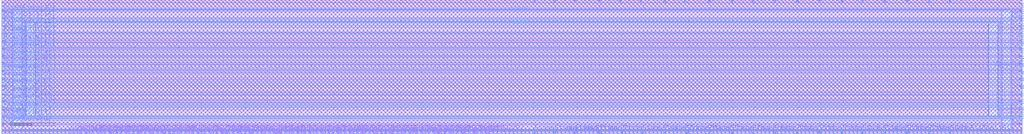
<source format=lef>
##
## LEF for PtnCells ;
## created by Innovus v15.20-p005_1 on Tue Apr 20 13:41:18 2021
##

VERSION 5.7 ;

BUSBITCHARS "[]" ;
DIVIDERCHAR "/" ;

MACRO N_term_single2
  CLASS BLOCK ;
  SIZE 230.4600 BY 30.2600 ;
  FOREIGN N_term_single2 0.0000 0.0000 ;
  ORIGIN 0 0 ;
  SYMMETRY X Y R90 ;
  PIN N1END[3]
    DIRECTION INPUT ;
    USE SIGNAL ;
    ANTENNAPARTIALMETALAREA 0.16065 LAYER li1  ;
    ANTENNAPARTIALMETALSIDEAREA 0.189 LAYER li1  ;
    ANTENNAPARTIALCUTAREA 0.0289 LAYER mcon  ;
    ANTENNAPARTIALMETALAREA 3.0052 LAYER met1  ;
    ANTENNAPARTIALMETALSIDEAREA 14.9485 LAYER met1  ;
    ANTENNAPARTIALCUTAREA 0.0225 LAYER via  ;
    ANTENNAPARTIALMETALAREA 1.0807 LAYER met2  ;
    ANTENNAPARTIALMETALSIDEAREA 5.2325 LAYER met2  ;
    ANTENNAPARTIALCUTAREA 0.04 LAYER via2  ;
    ANTENNAPARTIALMETALAREA 10.4688 LAYER met3  ;
    ANTENNAPARTIALMETALSIDEAREA 56.304 LAYER met3  ;
    ANTENNAMODEL OXIDE1 ;
    ANTENNAGATEAREA 0.7425 LAYER met3  ;
    ANTENNAMAXAREACAR 19.0481 LAYER met3  ;
    ANTENNAMAXSIDEAREACAR 98.5387 LAYER met3  ;
    ANTENNAMAXCUTCAR 0.123098 LAYER via3  ;
    PORT
      LAYER li1 ;
        RECT 19.0050 0.0000 19.1750 0.3300 ;
    END
  END N1END[3]
  PIN N1END[2]
    DIRECTION INPUT ;
    USE SIGNAL ;
    ANTENNAPARTIALMETALAREA 0.79645 LAYER li1  ;
    ANTENNAPARTIALMETALSIDEAREA 0.937 LAYER li1  ;
    ANTENNAPARTIALCUTAREA 0.0289 LAYER mcon  ;
    ANTENNAPARTIALMETALAREA 0.6868 LAYER met1  ;
    ANTENNAPARTIALMETALSIDEAREA 3.3565 LAYER met1  ;
    ANTENNAPARTIALCUTAREA 0.0225 LAYER via  ;
    ANTENNAPARTIALMETALAREA 0.4717 LAYER met2  ;
    ANTENNAPARTIALMETALSIDEAREA 2.1875 LAYER met2  ;
    ANTENNAPARTIALCUTAREA 0.04 LAYER via2  ;
    ANTENNAPARTIALMETALAREA 24.5418 LAYER met3  ;
    ANTENNAPARTIALMETALSIDEAREA 131.36 LAYER met3  ;
    ANTENNAMODEL OXIDE1 ;
    ANTENNAGATEAREA 0.7425 LAYER met3  ;
    ANTENNAMAXAREACAR 39.5433 LAYER met3  ;
    ANTENNAMAXSIDEAREACAR 207.306 LAYER met3  ;
    ANTENNAMAXCUTCAR 0.123098 LAYER via3  ;
    PORT
      LAYER li1 ;
        RECT 17.6250 0.0000 17.7950 0.3300 ;
    END
  END N1END[2]
  PIN N1END[1]
    DIRECTION INPUT ;
    USE SIGNAL ;
    ANTENNAPARTIALMETALAREA 0.56525 LAYER li1  ;
    ANTENNAPARTIALMETALSIDEAREA 0.665 LAYER li1  ;
    ANTENNAPARTIALCUTAREA 0.0289 LAYER mcon  ;
    ANTENNAPARTIALMETALAREA 16.686 LAYER met1  ;
    ANTENNAPARTIALMETALSIDEAREA 83.356 LAYER met1  ;
    ANTENNAMODEL OXIDE1 ;
    ANTENNAGATEAREA 0.7425 LAYER met1  ;
    ANTENNAMAXAREACAR 22.9247 LAYER met1  ;
    ANTENNAMAXSIDEAREACAR 112.797 LAYER met1  ;
    ANTENNAMAXCUTCAR 0.0389226 LAYER via  ;
    PORT
      LAYER li1 ;
        RECT 16.2450 0.0000 16.4150 0.3300 ;
    END
  END N1END[1]
  PIN N1END[0]
    DIRECTION INPUT ;
    USE SIGNAL ;
    ANTENNAPARTIALMETALAREA 3.78505 LAYER li1  ;
    ANTENNAPARTIALMETALSIDEAREA 4.453 LAYER li1  ;
    ANTENNAPARTIALCUTAREA 0.0289 LAYER mcon  ;
    ANTENNAPARTIALMETALAREA 17.576 LAYER met1  ;
    ANTENNAPARTIALMETALSIDEAREA 87.843 LAYER met1  ;
    ANTENNAMODEL OXIDE1 ;
    ANTENNAGATEAREA 0.7425 LAYER met1  ;
    ANTENNAMAXAREACAR 27.1296 LAYER met1  ;
    ANTENNAMAXSIDEAREACAR 122.377 LAYER met1  ;
    ANTENNAMAXCUTCAR 0.0389226 LAYER via  ;
    PORT
      LAYER li1 ;
        RECT 15.3250 0.0000 15.4950 0.3300 ;
    END
  END N1END[0]
  PIN N2MID[7]
    DIRECTION INPUT ;
    USE SIGNAL ;
    ANTENNAPARTIALMETALAREA 3.16625 LAYER li1  ;
    ANTENNAPARTIALMETALSIDEAREA 3.725 LAYER li1  ;
    ANTENNAPARTIALCUTAREA 0.0289 LAYER mcon  ;
    ANTENNAPARTIALMETALAREA 8.6734 LAYER met1  ;
    ANTENNAPARTIALMETALSIDEAREA 43.33 LAYER met1  ;
    ANTENNAMODEL OXIDE1 ;
    ANTENNAGATEAREA 0.7425 LAYER met1  ;
    ANTENNAMAXAREACAR 12.0555 LAYER met1  ;
    ANTENNAMAXSIDEAREACAR 58.7987 LAYER met1  ;
    ANTENNAMAXCUTCAR 0.0389226 LAYER via  ;
    PORT
      LAYER li1 ;
        RECT 29.5850 0.0000 29.7550 0.3300 ;
    END
  END N2MID[7]
  PIN N2MID[6]
    DIRECTION INPUT ;
    USE SIGNAL ;
    ANTENNAPARTIALMETALAREA 0.33405 LAYER li1  ;
    ANTENNAPARTIALMETALSIDEAREA 0.393 LAYER li1  ;
    ANTENNAPARTIALCUTAREA 0.0289 LAYER mcon  ;
    ANTENNAPARTIALMETALAREA 8.1544 LAYER met1  ;
    ANTENNAPARTIALMETALSIDEAREA 40.698 LAYER met1  ;
    ANTENNAMODEL OXIDE1 ;
    ANTENNAGATEAREA 0.7425 LAYER met1  ;
    ANTENNAMAXAREACAR 11.5122 LAYER met1  ;
    ANTENNAMAXSIDEAREACAR 55.437 LAYER met1  ;
    ANTENNAMAXCUTCAR 0.0389226 LAYER via  ;
    PORT
      LAYER li1 ;
        RECT 28.2050 0.0000 28.3750 0.3300 ;
    END
  END N2MID[6]
  PIN N2MID[5]
    DIRECTION INPUT ;
    USE SIGNAL ;
    ANTENNAPARTIALMETALAREA 3.85985 LAYER li1  ;
    ANTENNAPARTIALMETALSIDEAREA 4.541 LAYER li1  ;
    ANTENNAPARTIALCUTAREA 0.0289 LAYER mcon  ;
    ANTENNAPARTIALMETALAREA 16.3024 LAYER met1  ;
    ANTENNAPARTIALMETALSIDEAREA 81.4345 LAYER met1  ;
    ANTENNAPARTIALCUTAREA 0.0225 LAYER via  ;
    ANTENNAPARTIALMETALAREA 1.6924 LAYER met2  ;
    ANTENNAPARTIALMETALSIDEAREA 8.344 LAYER met2  ;
    ANTENNAMODEL OXIDE1 ;
    ANTENNAGATEAREA 0.7425 LAYER met2  ;
    ANTENNAMAXAREACAR 4.62801 LAYER met2  ;
    ANTENNAMAXSIDEAREACAR 19.0929 LAYER met2  ;
    ANTENNAMAXCUTCAR 0.0692256 LAYER via2  ;
    PORT
      LAYER li1 ;
        RECT 26.8250 0.0000 26.9950 0.3300 ;
    END
  END N2MID[5]
  PIN N2MID[4]
    DIRECTION INPUT ;
    USE SIGNAL ;
    ANTENNAPARTIALMETALAREA 0.44965 LAYER li1  ;
    ANTENNAPARTIALMETALSIDEAREA 0.529 LAYER li1  ;
    ANTENNAPARTIALCUTAREA 0.0289 LAYER mcon  ;
    ANTENNAPARTIALMETALAREA 3.1984 LAYER met1  ;
    ANTENNAPARTIALMETALSIDEAREA 15.9145 LAYER met1  ;
    ANTENNAPARTIALCUTAREA 0.0225 LAYER via  ;
    ANTENNAPARTIALMETALAREA 1.978 LAYER met2  ;
    ANTENNAPARTIALMETALSIDEAREA 9.772 LAYER met2  ;
    ANTENNAMODEL OXIDE1 ;
    ANTENNAGATEAREA 0.7425 LAYER met2  ;
    ANTENNAMAXAREACAR 11.5595 LAYER met2  ;
    ANTENNAMAXSIDEAREACAR 54.499 LAYER met2  ;
    ANTENNAMAXCUTCAR 0.0692256 LAYER via2  ;
    PORT
      LAYER li1 ;
        RECT 25.9050 0.0000 26.0750 0.3300 ;
    END
  END N2MID[4]
  PIN N2MID[3]
    DIRECTION INPUT ;
    USE SIGNAL ;
    ANTENNAPARTIALMETALAREA 0.79645 LAYER li1  ;
    ANTENNAPARTIALMETALSIDEAREA 0.937 LAYER li1  ;
    ANTENNAPARTIALCUTAREA 0.0289 LAYER mcon  ;
    ANTENNAPARTIALMETALAREA 0.0832 LAYER met1  ;
    ANTENNAPARTIALMETALSIDEAREA 0.406 LAYER met1  ;
    ANTENNAPARTIALCUTAREA 0.0225 LAYER via  ;
    ANTENNAPARTIALMETALAREA 2.1377 LAYER met2  ;
    ANTENNAPARTIALMETALSIDEAREA 10.5175 LAYER met2  ;
    ANTENNAPARTIALCUTAREA 0.04 LAYER via2  ;
    ANTENNAPARTIALMETALAREA 16.1976 LAYER met3  ;
    ANTENNAPARTIALMETALSIDEAREA 87.328 LAYER met3  ;
    ANTENNAMODEL OXIDE1 ;
    ANTENNAGATEAREA 0.7425 LAYER met3  ;
    ANTENNAMAXAREACAR 33.8148 LAYER met3  ;
    ANTENNAMAXSIDEAREACAR 175.552 LAYER met3  ;
    ANTENNAMAXCUTCAR 0.123098 LAYER via3  ;
    PORT
      LAYER li1 ;
        RECT 24.5250 0.0000 24.6950 0.3300 ;
    END
  END N2MID[3]
  PIN N2MID[2]
    DIRECTION INPUT ;
    USE SIGNAL ;
    ANTENNAPARTIALMETALAREA 5.07365 LAYER li1  ;
    ANTENNAPARTIALMETALSIDEAREA 5.969 LAYER li1  ;
    ANTENNAPARTIALCUTAREA 0.0289 LAYER mcon  ;
    ANTENNAPARTIALMETALAREA 17.8672 LAYER met1  ;
    ANTENNAPARTIALMETALSIDEAREA 89.299 LAYER met1  ;
    ANTENNAMODEL OXIDE1 ;
    ANTENNAGATEAREA 0.7425 LAYER met1  ;
    ANTENNAMAXAREACAR 27.4737 LAYER met1  ;
    ANTENNAMAXSIDEAREACAR 124.281 LAYER met1  ;
    ANTENNAMAXCUTCAR 0.0389226 LAYER via  ;
    PORT
      LAYER li1 ;
        RECT 23.1450 0.0000 23.3150 0.3300 ;
    END
  END N2MID[2]
  PIN N2MID[1]
    DIRECTION INPUT ;
    USE SIGNAL ;
    ANTENNAPARTIALMETALAREA 2.35705 LAYER li1  ;
    ANTENNAPARTIALMETALSIDEAREA 2.773 LAYER li1  ;
    ANTENNAPARTIALCUTAREA 0.0289 LAYER mcon  ;
    ANTENNAPARTIALMETALAREA 17.0916 LAYER met1  ;
    ANTENNAPARTIALMETALSIDEAREA 85.421 LAYER met1  ;
    ANTENNAMODEL OXIDE1 ;
    ANTENNAGATEAREA 0.7425 LAYER met1  ;
    ANTENNAMAXAREACAR 23.4973 LAYER met1  ;
    ANTENNAMAXSIDEAREACAR 115.609 LAYER met1  ;
    ANTENNAMAXCUTCAR 0.0389226 LAYER via  ;
    PORT
      LAYER li1 ;
        RECT 21.7650 0.0000 21.9350 0.3300 ;
    END
  END N2MID[1]
  PIN N2MID[0]
    DIRECTION INPUT ;
    USE SIGNAL ;
    ANTENNAPARTIALMETALAREA 0.68085 LAYER li1  ;
    ANTENNAPARTIALMETALSIDEAREA 0.801 LAYER li1  ;
    ANTENNAPARTIALCUTAREA 0.0289 LAYER mcon  ;
    ANTENNAPARTIALMETALAREA 2.0056 LAYER met1  ;
    ANTENNAPARTIALMETALSIDEAREA 9.9505 LAYER met1  ;
    ANTENNAPARTIALCUTAREA 0.0225 LAYER via  ;
    ANTENNAPARTIALMETALAREA 1.5917 LAYER met2  ;
    ANTENNAPARTIALMETALSIDEAREA 7.7875 LAYER met2  ;
    ANTENNAPARTIALCUTAREA 0.04 LAYER via2  ;
    ANTENNAPARTIALMETALAREA 9.0888 LAYER met3  ;
    ANTENNAPARTIALMETALSIDEAREA 48.944 LAYER met3  ;
    ANTENNAMODEL OXIDE1 ;
    ANTENNAGATEAREA 0.7425 LAYER met3  ;
    ANTENNAMAXAREACAR 18.5681 LAYER met3  ;
    ANTENNAMAXSIDEAREACAR 95.5556 LAYER met3  ;
    ANTENNAMAXCUTCAR 0.123098 LAYER via3  ;
    PORT
      LAYER li1 ;
        RECT 20.3850 0.0000 20.5550 0.3300 ;
    END
  END N2MID[0]
  PIN N2END[7]
    DIRECTION INPUT ;
    USE SIGNAL ;
    ANTENNAPARTIALMETALAREA 0.10285 LAYER li1  ;
    ANTENNAPARTIALMETALSIDEAREA 0.121 LAYER li1  ;
    ANTENNAPARTIALCUTAREA 0.0289 LAYER mcon  ;
    ANTENNAPARTIALMETALAREA 2.9884 LAYER met1  ;
    ANTENNAPARTIALMETALSIDEAREA 14.8645 LAYER met1  ;
    ANTENNAPARTIALCUTAREA 0.0225 LAYER via  ;
    ANTENNAPARTIALMETALAREA 2.4527 LAYER met2  ;
    ANTENNAPARTIALMETALSIDEAREA 12.0925 LAYER met2  ;
    ANTENNAPARTIALCUTAREA 0.04 LAYER via2  ;
    ANTENNAPARTIALMETALAREA 5.5326 LAYER met3  ;
    ANTENNAPARTIALMETALSIDEAREA 30.448 LAYER met3  ;
    ANTENNAMODEL OXIDE1 ;
    ANTENNAGATEAREA 0.7425 LAYER met3  ;
    ANTENNAMAXAREACAR 16.0018 LAYER met3  ;
    ANTENNAMAXSIDEAREACAR 79.0195 LAYER met3  ;
    ANTENNAMAXCUTCAR 0.123098 LAYER via3  ;
    PORT
      LAYER li1 ;
        RECT 40.1650 0.0000 40.3350 0.3300 ;
    END
  END N2END[7]
  PIN N2END[6]
    DIRECTION INPUT ;
    USE SIGNAL ;
    ANTENNAPARTIALMETALAREA 1.70425 LAYER li1  ;
    ANTENNAPARTIALMETALSIDEAREA 2.005 LAYER li1  ;
    ANTENNAPARTIALCUTAREA 0.0289 LAYER mcon  ;
    ANTENNAPARTIALMETALAREA 0.0832 LAYER met1  ;
    ANTENNAPARTIALMETALSIDEAREA 0.406 LAYER met1  ;
    ANTENNAPARTIALCUTAREA 0.0225 LAYER via  ;
    ANTENNAPARTIALMETALAREA 0.1945 LAYER met2  ;
    ANTENNAPARTIALMETALSIDEAREA 0.8015 LAYER met2  ;
    ANTENNAPARTIALCUTAREA 0.04 LAYER via2  ;
    ANTENNAPARTIALMETALAREA 16.9068 LAYER met3  ;
    ANTENNAPARTIALMETALSIDEAREA 90.64 LAYER met3  ;
    ANTENNAMODEL OXIDE1 ;
    ANTENNAGATEAREA 0.7425 LAYER met3  ;
    ANTENNAMAXAREACAR 27.4082 LAYER met3  ;
    ANTENNAMAXSIDEAREACAR 143.18 LAYER met3  ;
    ANTENNAMAXCUTCAR 0.123098 LAYER via3  ;
    PORT
      LAYER li1 ;
        RECT 38.7850 0.0000 38.9550 0.3300 ;
    END
  END N2END[6]
  PIN N2END[5]
    DIRECTION INPUT ;
    USE SIGNAL ;
    ANTENNAPARTIALMETALAREA 0.79645 LAYER li1  ;
    ANTENNAPARTIALMETALSIDEAREA 0.937 LAYER li1  ;
    ANTENNAPARTIALCUTAREA 0.0289 LAYER mcon  ;
    ANTENNAPARTIALMETALAREA 7.0956 LAYER met1  ;
    ANTENNAPARTIALMETALSIDEAREA 35.441 LAYER met1  ;
    ANTENNAMODEL OXIDE1 ;
    ANTENNAGATEAREA 0.7425 LAYER met1  ;
    ANTENNAMAXAREACAR 10.6311 LAYER met1  ;
    ANTENNAMAXSIDEAREACAR 48.998 LAYER met1  ;
    ANTENNAMAXCUTCAR 0.0389226 LAYER via  ;
    PORT
      LAYER li1 ;
        RECT 37.8650 0.0000 38.0350 0.3300 ;
    END
  END N2END[5]
  PIN N2END[4]
    DIRECTION INPUT ;
    USE SIGNAL ;
    ANTENNAPARTIALMETALAREA 3.33965 LAYER li1  ;
    ANTENNAPARTIALMETALSIDEAREA 3.929 LAYER li1  ;
    ANTENNAPARTIALCUTAREA 0.0289 LAYER mcon  ;
    ANTENNAPARTIALMETALAREA 8.5768 LAYER met1  ;
    ANTENNAPARTIALMETALSIDEAREA 42.847 LAYER met1  ;
    ANTENNAMODEL OXIDE1 ;
    ANTENNAGATEAREA 0.7425 LAYER met1  ;
    ANTENNAMAXAREACAR 12.0296 LAYER met1  ;
    ANTENNAMAXSIDEAREACAR 58.2707 LAYER met1  ;
    ANTENNAMAXCUTCAR 0.0389226 LAYER via  ;
    PORT
      LAYER li1 ;
        RECT 36.4850 0.0000 36.6550 0.3300 ;
    END
  END N2END[4]
  PIN N2END[3]
    DIRECTION INPUT ;
    USE SIGNAL ;
    ANTENNAPARTIALMETALAREA 0.79645 LAYER li1  ;
    ANTENNAPARTIALMETALSIDEAREA 0.937 LAYER li1  ;
    ANTENNAPARTIALCUTAREA 0.0289 LAYER mcon  ;
    ANTENNAPARTIALMETALAREA 0.3648 LAYER met1  ;
    ANTENNAPARTIALMETALSIDEAREA 1.7465 LAYER met1  ;
    ANTENNAPARTIALCUTAREA 0.0225 LAYER via  ;
    ANTENNAPARTIALMETALAREA 0.8987 LAYER met2  ;
    ANTENNAPARTIALMETALSIDEAREA 4.3225 LAYER met2  ;
    ANTENNAPARTIALCUTAREA 0.04 LAYER via2  ;
    ANTENNAPARTIALMETALAREA 23.0718 LAYER met3  ;
    ANTENNAPARTIALMETALSIDEAREA 123.52 LAYER met3  ;
    ANTENNAMODEL OXIDE1 ;
    ANTENNAGATEAREA 0.7425 LAYER met3  ;
    ANTENNAMAXAREACAR 37.5962 LAYER met3  ;
    ANTENNAMAXSIDEAREACAR 196.937 LAYER met3  ;
    ANTENNAMAXCUTCAR 0.123098 LAYER via3  ;
    PORT
      LAYER li1 ;
        RECT 35.1050 0.0000 35.2750 0.3300 ;
    END
  END N2END[3]
  PIN N2END[2]
    DIRECTION INPUT ;
    USE SIGNAL ;
    ANTENNAPARTIALMETALAREA 0.62305 LAYER li1  ;
    ANTENNAPARTIALMETALSIDEAREA 0.733 LAYER li1  ;
    ANTENNAPARTIALCUTAREA 0.0289 LAYER mcon  ;
    ANTENNAPARTIALMETALAREA 2.4256 LAYER met1  ;
    ANTENNAPARTIALMETALSIDEAREA 12.0505 LAYER met1  ;
    ANTENNAPARTIALCUTAREA 0.0225 LAYER via  ;
    ANTENNAPARTIALMETALAREA 1.4068 LAYER met2  ;
    ANTENNAPARTIALMETALSIDEAREA 6.916 LAYER met2  ;
    ANTENNAMODEL OXIDE1 ;
    ANTENNAGATEAREA 0.7425 LAYER met2  ;
    ANTENNAMAXAREACAR 9.38451 LAYER met2  ;
    ANTENNAMAXSIDEAREACAR 44.9327 LAYER met2  ;
    ANTENNAMAXCUTCAR 0.0692256 LAYER via2  ;
    PORT
      LAYER li1 ;
        RECT 33.7250 0.0000 33.8950 0.3300 ;
    END
  END N2END[2]
  PIN N2END[1]
    DIRECTION INPUT ;
    USE SIGNAL ;
    ANTENNAPARTIALMETALAREA 2.41485 LAYER li1  ;
    ANTENNAPARTIALMETALSIDEAREA 2.841 LAYER li1  ;
    ANTENNAPARTIALCUTAREA 0.0289 LAYER mcon  ;
    ANTENNAPARTIALMETALAREA 4.856 LAYER met1  ;
    ANTENNAPARTIALMETALSIDEAREA 24.2025 LAYER met1  ;
    ANTENNAPARTIALCUTAREA 0.0225 LAYER via  ;
    ANTENNAPARTIALMETALAREA 3.1328 LAYER met2  ;
    ANTENNAPARTIALMETALSIDEAREA 15.428 LAYER met2  ;
    ANTENNAMODEL OXIDE1 ;
    ANTENNAGATEAREA 0.7425 LAYER met2  ;
    ANTENNAMAXAREACAR 7.75771 LAYER met2  ;
    ANTENNAMAXSIDEAREACAR 36.666 LAYER met2  ;
    ANTENNAMAXCUTCAR 0.0692256 LAYER via2  ;
    PORT
      LAYER li1 ;
        RECT 32.3450 0.0000 32.5150 0.3300 ;
    END
  END N2END[1]
  PIN N2END[0]
    DIRECTION INPUT ;
    USE SIGNAL ;
    ANTENNAPARTIALMETALAREA 1.72125 LAYER li1  ;
    ANTENNAPARTIALMETALSIDEAREA 2.025 LAYER li1  ;
    ANTENNAPARTIALCUTAREA 0.0289 LAYER mcon  ;
    ANTENNAPARTIALMETALAREA 7.9034 LAYER met1  ;
    ANTENNAPARTIALMETALSIDEAREA 39.48 LAYER met1  ;
    ANTENNAMODEL OXIDE1 ;
    ANTENNAGATEAREA 0.7425 LAYER met1  ;
    ANTENNAMAXAREACAR 11.0894 LAYER met1  ;
    ANTENNAMAXSIDEAREACAR 53.697 LAYER met1  ;
    ANTENNAMAXCUTCAR 0.0389226 LAYER via  ;
    PORT
      LAYER li1 ;
        RECT 30.9650 0.0000 31.1350 0.3300 ;
    END
  END N2END[0]
  PIN N4END[15]
    DIRECTION INPUT ;
    USE SIGNAL ;
    ANTENNAPARTIALMETALAREA 1.54785 LAYER li1  ;
    ANTENNAPARTIALMETALSIDEAREA 1.821 LAYER li1  ;
    ANTENNAPARTIALCUTAREA 0.0289 LAYER mcon  ;
    ANTENNAPARTIALMETALAREA 0.6724 LAYER met1  ;
    ANTENNAPARTIALMETALSIDEAREA 3.325 LAYER met1  ;
    ANTENNAMODEL OXIDE1 ;
    ANTENNAGATEAREA 0.7425 LAYER met1  ;
    ANTENNAMAXAREACAR 1.35071 LAYER met1  ;
    ANTENNAMAXSIDEAREACAR 5.00337 LAYER met1  ;
    ANTENNAMAXCUTCAR 0.0389226 LAYER via  ;
    PORT
      LAYER li1 ;
        RECT 61.7850 0.0000 61.9550 0.3300 ;
    END
  END N4END[15]
  PIN N4END[14]
    DIRECTION INPUT ;
    USE SIGNAL ;
    ANTENNAPARTIALMETALAREA 0.68085 LAYER li1  ;
    ANTENNAPARTIALMETALSIDEAREA 0.801 LAYER li1  ;
    ANTENNAPARTIALCUTAREA 0.0289 LAYER mcon  ;
    ANTENNAPARTIALMETALAREA 0.558 LAYER met1  ;
    ANTENNAPARTIALMETALSIDEAREA 2.7125 LAYER met1  ;
    ANTENNAPARTIALCUTAREA 0.0225 LAYER via  ;
    ANTENNAPARTIALMETALAREA 3.0304 LAYER met2  ;
    ANTENNAPARTIALMETALSIDEAREA 14.798 LAYER met2  ;
    ANTENNAMODEL OXIDE1 ;
    ANTENNAGATEAREA 0.7425 LAYER met2  ;
    ANTENNAMAXAREACAR 17.53 LAYER met2  ;
    ANTENNAMAXSIDEAREACAR 85.2923 LAYER met2  ;
    ANTENNAMAXCUTCAR 0.0692256 LAYER via2  ;
    PORT
      LAYER li1 ;
        RECT 60.4050 0.0000 60.5750 0.3300 ;
    END
  END N4END[14]
  PIN N4END[13]
    DIRECTION INPUT ;
    USE SIGNAL ;
    ANTENNAPARTIALMETALAREA 2.72425 LAYER li1  ;
    ANTENNAPARTIALMETALSIDEAREA 3.205 LAYER li1  ;
    ANTENNAPARTIALCUTAREA 0.0289 LAYER mcon  ;
    ANTENNAPARTIALMETALAREA 1.3164 LAYER met1  ;
    ANTENNAPARTIALMETALSIDEAREA 6.545 LAYER met1  ;
    ANTENNAMODEL OXIDE1 ;
    ANTENNAGATEAREA 0.7425 LAYER met1  ;
    ANTENNAMAXAREACAR 2.92552 LAYER met1  ;
    ANTENNAMAXSIDEAREACAR 10.1724 LAYER met1  ;
    ANTENNAMAXCUTCAR 0.0389226 LAYER via  ;
    PORT
      LAYER li1 ;
        RECT 59.0250 0.0000 59.1950 0.3300 ;
    END
  END N4END[13]
  PIN N4END[12]
    DIRECTION INPUT ;
    USE SIGNAL ;
    ANTENNAPARTIALMETALAREA 0.27625 LAYER li1  ;
    ANTENNAPARTIALMETALSIDEAREA 0.325 LAYER li1  ;
    ANTENNAPARTIALCUTAREA 0.0289 LAYER mcon  ;
    ANTENNAPARTIALMETALAREA 1.636 LAYER met1  ;
    ANTENNAPARTIALMETALSIDEAREA 8.1025 LAYER met1  ;
    ANTENNAPARTIALCUTAREA 0.0225 LAYER via  ;
    ANTENNAPARTIALMETALAREA 1.3116 LAYER met2  ;
    ANTENNAPARTIALMETALSIDEAREA 6.44 LAYER met2  ;
    ANTENNAMODEL OXIDE1 ;
    ANTENNAGATEAREA 0.7425 LAYER met2  ;
    ANTENNAMAXAREACAR 4.53791 LAYER met2  ;
    ANTENNAMAXSIDEAREACAR 18.0209 LAYER met2  ;
    ANTENNAMAXCUTCAR 0.0692256 LAYER via2  ;
    PORT
      LAYER li1 ;
        RECT 57.6450 0.0000 57.8150 0.3300 ;
    END
  END N4END[12]
  PIN N4END[11]
    DIRECTION INPUT ;
    USE SIGNAL ;
    ANTENNAPARTIALMETALAREA 0.39185 LAYER li1  ;
    ANTENNAPARTIALMETALSIDEAREA 0.461 LAYER li1  ;
    ANTENNAPARTIALCUTAREA 0.0289 LAYER mcon  ;
    ANTENNAPARTIALMETALAREA 3.1004 LAYER met1  ;
    ANTENNAPARTIALMETALSIDEAREA 15.4245 LAYER met1  ;
    ANTENNAPARTIALCUTAREA 0.0225 LAYER via  ;
    ANTENNAPARTIALMETALAREA 2.5828 LAYER met2  ;
    ANTENNAPARTIALMETALSIDEAREA 12.796 LAYER met2  ;
    ANTENNAMODEL OXIDE1 ;
    ANTENNAGATEAREA 0.7425 LAYER met2  ;
    ANTENNAMAXAREACAR 4.08377 LAYER met2  ;
    ANTENNAMAXSIDEAREACAR 18.7266 LAYER met2  ;
    ANTENNAMAXCUTCAR 0.0692256 LAYER via2  ;
    PORT
      LAYER li1 ;
        RECT 56.2650 0.0000 56.4350 0.3300 ;
    END
  END N4END[11]
  PIN N4END[10]
    DIRECTION INPUT ;
    USE SIGNAL ;
    ANTENNAPARTIALMETALAREA 0.16065 LAYER li1  ;
    ANTENNAPARTIALMETALSIDEAREA 0.189 LAYER li1  ;
    ANTENNAPARTIALCUTAREA 0.0289 LAYER mcon  ;
    ANTENNAPARTIALMETALAREA 3.3604 LAYER met1  ;
    ANTENNAPARTIALMETALSIDEAREA 16.765 LAYER met1  ;
    ANTENNAMODEL OXIDE1 ;
    ANTENNAGATEAREA 0.7425 LAYER met1  ;
    ANTENNAMAXAREACAR 6.45683 LAYER met1  ;
    ANTENNAMAXSIDEAREACAR 24.8525 LAYER met1  ;
    ANTENNAMAXCUTCAR 0.0389226 LAYER via  ;
    PORT
      LAYER li1 ;
        RECT 54.8850 0.0000 55.0550 0.3300 ;
    END
  END N4END[10]
  PIN N4END[9]
    DIRECTION INPUT ;
    USE SIGNAL ;
    ANTENNAPARTIALMETALAREA 3.10845 LAYER li1  ;
    ANTENNAPARTIALMETALSIDEAREA 3.657 LAYER li1  ;
    ANTENNAPARTIALCUTAREA 0.0289 LAYER mcon  ;
    ANTENNAPARTIALMETALAREA 3.4892 LAYER met1  ;
    ANTENNAPARTIALMETALSIDEAREA 17.409 LAYER met1  ;
    ANTENNAMODEL OXIDE1 ;
    ANTENNAGATEAREA 0.7425 LAYER met1  ;
    ANTENNAMAXAREACAR 5.46263 LAYER met1  ;
    ANTENNAMAXSIDEAREACAR 24.3461 LAYER met1  ;
    ANTENNAMAXCUTCAR 0.0389226 LAYER via  ;
    PORT
      LAYER li1 ;
        RECT 53.5050 0.0000 53.6750 0.3300 ;
    END
  END N4END[9]
  PIN N4END[8]
    DIRECTION INPUT ;
    USE SIGNAL ;
    ANTENNAPARTIALMETALAREA 4.78465 LAYER li1  ;
    ANTENNAPARTIALMETALSIDEAREA 5.629 LAYER li1  ;
    ANTENNAPARTIALCUTAREA 0.0289 LAYER mcon  ;
    ANTENNAPARTIALMETALAREA 16.2404 LAYER met1  ;
    ANTENNAPARTIALMETALSIDEAREA 81.165 LAYER met1  ;
    ANTENNAMODEL OXIDE1 ;
    ANTENNAGATEAREA 0.7425 LAYER met1  ;
    ANTENNAMAXAREACAR 24.186 LAYER met1  ;
    ANTENNAMAXSIDEAREACAR 112.036 LAYER met1  ;
    ANTENNAMAXCUTCAR 0.0389226 LAYER via  ;
    PORT
      LAYER li1 ;
        RECT 52.1250 0.0000 52.2950 0.3300 ;
    END
  END N4END[8]
  PIN N4END[7]
    DIRECTION INPUT ;
    USE SIGNAL ;
    ANTENNAPARTIALMETALAREA 0.62305 LAYER li1  ;
    ANTENNAPARTIALMETALSIDEAREA 0.733 LAYER li1  ;
    ANTENNAPARTIALCUTAREA 0.0289 LAYER mcon  ;
    ANTENNAPARTIALMETALAREA 4.7272 LAYER met1  ;
    ANTENNAPARTIALMETALSIDEAREA 23.5585 LAYER met1  ;
    ANTENNAPARTIALCUTAREA 0.0225 LAYER via  ;
    ANTENNAPARTIALMETALAREA 1.026 LAYER met2  ;
    ANTENNAPARTIALMETALSIDEAREA 5.012 LAYER met2  ;
    ANTENNAMODEL OXIDE1 ;
    ANTENNAGATEAREA 0.7425 LAYER met2  ;
    ANTENNAMAXAREACAR 1.93899 LAYER met2  ;
    ANTENNAMAXSIDEAREACAR 7.82222 LAYER met2  ;
    ANTENNAMAXCUTCAR 0.0692256 LAYER via2  ;
    PORT
      LAYER li1 ;
        RECT 50.7450 0.0000 50.9150 0.3300 ;
    END
  END N4END[7]
  PIN N4END[6]
    DIRECTION INPUT ;
    USE SIGNAL ;
    ANTENNAPARTIALMETALAREA 4.03325 LAYER li1  ;
    ANTENNAPARTIALMETALSIDEAREA 4.745 LAYER li1  ;
    ANTENNAPARTIALCUTAREA 0.0289 LAYER mcon  ;
    ANTENNAPARTIALMETALAREA 10.9908 LAYER met1  ;
    ANTENNAPARTIALMETALSIDEAREA 54.8765 LAYER met1  ;
    ANTENNAPARTIALCUTAREA 0.0225 LAYER via  ;
    ANTENNAPARTIALMETALAREA 1.5356 LAYER met2  ;
    ANTENNAPARTIALMETALSIDEAREA 7.56 LAYER met2  ;
    ANTENNAMODEL OXIDE1 ;
    ANTENNAGATEAREA 0.7425 LAYER met2  ;
    ANTENNAMAXAREACAR 8.6165 LAYER met2  ;
    ANTENNAMAXSIDEAREACAR 41.2896 LAYER met2  ;
    ANTENNAMAXCUTCAR 0.0692256 LAYER via2  ;
    PORT
      LAYER li1 ;
        RECT 49.8250 0.0000 49.9950 0.3300 ;
    END
  END N4END[6]
  PIN N4END[5]
    DIRECTION INPUT ;
    USE SIGNAL ;
    ANTENNAPARTIALMETALAREA 0.50745 LAYER li1  ;
    ANTENNAPARTIALMETALSIDEAREA 0.597 LAYER li1  ;
    ANTENNAPARTIALCUTAREA 0.0289 LAYER mcon  ;
    ANTENNAPARTIALMETALAREA 5.2592 LAYER met1  ;
    ANTENNAPARTIALMETALSIDEAREA 26.2185 LAYER met1  ;
    ANTENNAPARTIALCUTAREA 0.0225 LAYER via  ;
    ANTENNAPARTIALMETALAREA 2.2636 LAYER met2  ;
    ANTENNAPARTIALMETALSIDEAREA 11.2 LAYER met2  ;
    ANTENNAMODEL OXIDE1 ;
    ANTENNAGATEAREA 0.7425 LAYER met2  ;
    ANTENNAMAXAREACAR 3.69051 LAYER met2  ;
    ANTENNAMAXSIDEAREACAR 16.2559 LAYER met2  ;
    ANTENNAMAXCUTCAR 0.0692256 LAYER via2  ;
    PORT
      LAYER li1 ;
        RECT 48.4450 0.0000 48.6150 0.3300 ;
    END
  END N4END[5]
  PIN N4END[4]
    DIRECTION INPUT ;
    USE SIGNAL ;
    ANTENNAPARTIALMETALAREA 3.10845 LAYER li1  ;
    ANTENNAPARTIALMETALSIDEAREA 3.657 LAYER li1  ;
    ANTENNAPARTIALCUTAREA 0.0289 LAYER mcon  ;
    ANTENNAPARTIALMETALAREA 0.0832 LAYER met1  ;
    ANTENNAPARTIALMETALSIDEAREA 0.406 LAYER met1  ;
    ANTENNAPARTIALCUTAREA 0.0225 LAYER via  ;
    ANTENNAPARTIALMETALAREA 0.4465 LAYER met2  ;
    ANTENNAPARTIALMETALSIDEAREA 2.0615 LAYER met2  ;
    ANTENNAPARTIALCUTAREA 0.04 LAYER via2  ;
    ANTENNAPARTIALMETALAREA 35.7678 LAYER met3  ;
    ANTENNAPARTIALMETALSIDEAREA 191.232 LAYER met3  ;
    ANTENNAMODEL OXIDE1 ;
    ANTENNAGATEAREA 0.7425 LAYER met3  ;
    ANTENNAMAXAREACAR 50.8395 LAYER met3  ;
    ANTENNAMAXSIDEAREACAR 264.156 LAYER met3  ;
    ANTENNAMAXCUTCAR 0.123098 LAYER via3  ;
    PORT
      LAYER li1 ;
        RECT 47.0650 0.0000 47.2350 0.3300 ;
    END
  END N4END[4]
  PIN N4END[3]
    DIRECTION INPUT ;
    USE SIGNAL ;
    ANTENNAPARTIALMETALAREA 4.09105 LAYER li1  ;
    ANTENNAPARTIALMETALSIDEAREA 4.813 LAYER li1  ;
    ANTENNAPARTIALCUTAREA 0.0289 LAYER mcon  ;
    ANTENNAPARTIALMETALAREA 12.6484 LAYER met1  ;
    ANTENNAPARTIALMETALSIDEAREA 63.1645 LAYER met1  ;
    ANTENNAPARTIALCUTAREA 0.0225 LAYER via  ;
    ANTENNAPARTIALMETALAREA 1.5972 LAYER met2  ;
    ANTENNAPARTIALMETALSIDEAREA 7.868 LAYER met2  ;
    ANTENNAMODEL OXIDE1 ;
    ANTENNAGATEAREA 0.7425 LAYER met2  ;
    ANTENNAMAXAREACAR 6.47892 LAYER met2  ;
    ANTENNAMAXSIDEAREACAR 28.3212 LAYER met2  ;
    ANTENNAMAXCUTCAR 0.0692256 LAYER via2  ;
    PORT
      LAYER li1 ;
        RECT 45.6850 0.0000 45.8550 0.3300 ;
    END
  END N4END[3]
  PIN N4END[2]
    DIRECTION INPUT ;
    USE SIGNAL ;
    ANTENNAPARTIALMETALAREA 3.68645 LAYER li1  ;
    ANTENNAPARTIALMETALSIDEAREA 4.337 LAYER li1  ;
    ANTENNAPARTIALCUTAREA 0.0289 LAYER mcon  ;
    ANTENNAPARTIALMETALAREA 0.0832 LAYER met1  ;
    ANTENNAPARTIALMETALSIDEAREA 0.406 LAYER met1  ;
    ANTENNAPARTIALCUTAREA 0.0225 LAYER via  ;
    ANTENNAPARTIALMETALAREA 0.1036 LAYER met2  ;
    ANTENNAPARTIALMETALSIDEAREA 0.455 LAYER met2  ;
    ANTENNAPARTIALCUTAREA 0.04 LAYER via2  ;
    ANTENNAPARTIALMETALAREA 28.6848 LAYER met3  ;
    ANTENNAPARTIALMETALSIDEAREA 153.456 LAYER met3  ;
    ANTENNAMODEL OXIDE1 ;
    ANTENNAGATEAREA 0.7425 LAYER met3  ;
    ANTENNAMAXAREACAR 46.2741 LAYER met3  ;
    ANTENNAMAXSIDEAREACAR 243.415 LAYER met3  ;
    ANTENNAMAXCUTCAR 0.123098 LAYER via3  ;
    PORT
      LAYER li1 ;
        RECT 44.3050 0.0000 44.4750 0.3300 ;
    END
  END N4END[2]
  PIN N4END[1]
    DIRECTION INPUT ;
    USE SIGNAL ;
    ANTENNAPARTIALMETALAREA 2.01025 LAYER li1  ;
    ANTENNAPARTIALMETALSIDEAREA 2.365 LAYER li1  ;
    ANTENNAPARTIALCUTAREA 0.0289 LAYER mcon  ;
    ANTENNAPARTIALMETALAREA 5.6456 LAYER met1  ;
    ANTENNAPARTIALMETALSIDEAREA 28.1505 LAYER met1  ;
    ANTENNAPARTIALCUTAREA 0.0225 LAYER via  ;
    ANTENNAPARTIALMETALAREA 1.1686 LAYER met2  ;
    ANTENNAPARTIALMETALSIDEAREA 5.607 LAYER met2  ;
    ANTENNAMODEL OXIDE1 ;
    ANTENNAGATEAREA 0.7425 LAYER met2  ;
    ANTENNAMAXAREACAR 6.83125 LAYER met2  ;
    ANTENNAMAXSIDEAREACAR 32.0074 LAYER met2  ;
    ANTENNAMAXCUTCAR 0.0692256 LAYER via2  ;
    PORT
      LAYER li1 ;
        RECT 42.9250 0.0000 43.0950 0.3300 ;
    END
  END N4END[1]
  PIN N4END[0]
    DIRECTION INPUT ;
    USE SIGNAL ;
    ANTENNAPARTIALMETALAREA 0.21845 LAYER li1  ;
    ANTENNAPARTIALMETALSIDEAREA 0.257 LAYER li1  ;
    ANTENNAPARTIALCUTAREA 0.0289 LAYER mcon  ;
    ANTENNAPARTIALMETALAREA 2.924 LAYER met1  ;
    ANTENNAPARTIALMETALSIDEAREA 14.5425 LAYER met1  ;
    ANTENNAPARTIALCUTAREA 0.0225 LAYER via  ;
    ANTENNAPARTIALMETALAREA 3.3372 LAYER met2  ;
    ANTENNAPARTIALMETALSIDEAREA 16.45 LAYER met2  ;
    ANTENNAMODEL OXIDE1 ;
    ANTENNAGATEAREA 0.7425 LAYER met2  ;
    ANTENNAMAXAREACAR 13.8215 LAYER met2  ;
    ANTENNAMAXSIDEAREACAR 66.9852 LAYER met2  ;
    ANTENNAMAXCUTCAR 0.0692256 LAYER via2  ;
    PORT
      LAYER li1 ;
        RECT 41.5450 0.0000 41.7150 0.3300 ;
    END
  END N4END[0]
  PIN S1BEG[3]
    DIRECTION OUTPUT ;
    USE SIGNAL ;
    ANTENNAPARTIALMETALAREA 0.10285 LAYER li1  ;
    ANTENNAPARTIALMETALSIDEAREA 0.121 LAYER li1  ;
    ANTENNAPARTIALCUTAREA 0.0289 LAYER mcon  ;
    ANTENNADIFFAREA 1.782 LAYER met1  ;
    ANTENNAPARTIALMETALAREA 9.6832 LAYER met1  ;
    ANTENNAPARTIALMETALSIDEAREA 48.342 LAYER met1  ;
    PORT
      LAYER li1 ;
        RECT 66.8450 0.0000 67.0150 0.3300 ;
    END
  END S1BEG[3]
  PIN S1BEG[2]
    DIRECTION OUTPUT ;
    USE SIGNAL ;
    ANTENNAPARTIALMETALAREA 0.73865 LAYER li1  ;
    ANTENNAPARTIALMETALSIDEAREA 0.869 LAYER li1  ;
    ANTENNAPARTIALCUTAREA 0.0289 LAYER mcon  ;
    ANTENNAPARTIALMETALAREA 0.1716 LAYER met1  ;
    ANTENNAPARTIALMETALSIDEAREA 0.7805 LAYER met1  ;
    ANTENNAPARTIALCUTAREA 0.0225 LAYER via  ;
    ANTENNAPARTIALMETALAREA 1.5441 LAYER met2  ;
    ANTENNAPARTIALMETALSIDEAREA 7.5495 LAYER met2  ;
    ANTENNAPARTIALCUTAREA 0.04 LAYER via2  ;
    ANTENNADIFFAREA 1.782 LAYER met3  ;
    ANTENNAPARTIALMETALAREA 8.9028 LAYER met3  ;
    ANTENNAPARTIALMETALSIDEAREA 47.952 LAYER met3  ;
    PORT
      LAYER li1 ;
        RECT 65.4650 0.0000 65.6350 0.3300 ;
    END
  END S1BEG[2]
  PIN S1BEG[1]
    DIRECTION OUTPUT ;
    USE SIGNAL ;
    ANTENNAPARTIALMETALAREA 0.33405 LAYER li1  ;
    ANTENNAPARTIALMETALSIDEAREA 0.393 LAYER li1  ;
    ANTENNAPARTIALCUTAREA 0.0289 LAYER mcon  ;
    ANTENNADIFFAREA 1.782 LAYER met1  ;
    ANTENNAPARTIALMETALAREA 9.2748 LAYER met1  ;
    ANTENNAPARTIALMETALSIDEAREA 46.263 LAYER met1  ;
    PORT
      LAYER li1 ;
        RECT 64.0850 0.0000 64.2550 0.3300 ;
    END
  END S1BEG[1]
  PIN S1BEG[0]
    DIRECTION OUTPUT ;
    USE SIGNAL ;
    ANTENNAPARTIALMETALAREA 0.96985 LAYER li1  ;
    ANTENNAPARTIALMETALSIDEAREA 1.141 LAYER li1  ;
    ANTENNAPARTIALCUTAREA 0.0289 LAYER mcon  ;
    ANTENNAPARTIALMETALAREA 3.456 LAYER met1  ;
    ANTENNAPARTIALMETALSIDEAREA 17.2025 LAYER met1  ;
    ANTENNAPARTIALCUTAREA 0.0225 LAYER via  ;
    ANTENNADIFFAREA 1.782 LAYER met2  ;
    ANTENNAPARTIALMETALAREA 0.6312 LAYER met2  ;
    ANTENNAPARTIALMETALSIDEAREA 3.038 LAYER met2  ;
    PORT
      LAYER li1 ;
        RECT 62.7050 0.0000 62.8750 0.3300 ;
    END
  END S1BEG[0]
  PIN S2BEG[7]
    DIRECTION OUTPUT ;
    USE SIGNAL ;
    ANTENNAPARTIALMETALAREA 0.44965 LAYER li1  ;
    ANTENNAPARTIALMETALSIDEAREA 0.529 LAYER li1  ;
    ANTENNAPARTIALCUTAREA 0.0289 LAYER mcon  ;
    ANTENNADIFFAREA 1.782 LAYER met1  ;
    ANTENNAPARTIALMETALAREA 0.9132 LAYER met1  ;
    ANTENNAPARTIALMETALSIDEAREA 4.529 LAYER met1  ;
    PORT
      LAYER li1 ;
        RECT 88.0050 0.0000 88.1750 0.3300 ;
    END
  END S2BEG[7]
  PIN S2BEG[6]
    DIRECTION OUTPUT ;
    USE SIGNAL ;
    ANTENNAPARTIALMETALAREA 0.21845 LAYER li1  ;
    ANTENNAPARTIALMETALSIDEAREA 0.257 LAYER li1  ;
    ANTENNAPARTIALCUTAREA 0.0289 LAYER mcon  ;
    ANTENNADIFFAREA 1.782 LAYER met1  ;
    ANTENNAPARTIALMETALAREA 8.7172 LAYER met1  ;
    ANTENNAPARTIALMETALSIDEAREA 43.512 LAYER met1  ;
    PORT
      LAYER li1 ;
        RECT 86.6250 0.0000 86.7950 0.3300 ;
    END
  END S2BEG[6]
  PIN S2BEG[5]
    DIRECTION OUTPUT ;
    USE SIGNAL ;
    ANTENNAPARTIALMETALAREA 1.31665 LAYER li1  ;
    ANTENNAPARTIALMETALSIDEAREA 1.549 LAYER li1  ;
    ANTENNAPARTIALCUTAREA 0.0289 LAYER mcon  ;
    ANTENNAPARTIALMETALAREA 1.2664 LAYER met1  ;
    ANTENNAPARTIALMETALSIDEAREA 6.2545 LAYER met1  ;
    ANTENNAPARTIALCUTAREA 0.0225 LAYER via  ;
    ANTENNADIFFAREA 1.782 LAYER met2  ;
    ANTENNAPARTIALMETALAREA 1.3592 LAYER met2  ;
    ANTENNAPARTIALMETALSIDEAREA 6.678 LAYER met2  ;
    PORT
      LAYER li1 ;
        RECT 85.7050 0.0000 85.8750 0.3300 ;
    END
  END S2BEG[5]
  PIN S2BEG[4]
    DIRECTION OUTPUT ;
    USE SIGNAL ;
    ANTENNAPARTIALMETALAREA 0.64345 LAYER li1  ;
    ANTENNAPARTIALMETALSIDEAREA 0.757 LAYER li1  ;
    ANTENNAPARTIALCUTAREA 0.0289 LAYER mcon  ;
    ANTENNADIFFAREA 1.782 LAYER met1  ;
    ANTENNAPARTIALMETALAREA 7.0144 LAYER met1  ;
    ANTENNAPARTIALMETALSIDEAREA 35.035 LAYER met1  ;
    PORT
      LAYER li1 ;
        RECT 84.3250 0.0000 84.4950 0.3300 ;
    END
  END S2BEG[4]
  PIN S2BEG[3]
    DIRECTION OUTPUT ;
    USE SIGNAL ;
    ANTENNAPARTIALMETALAREA 1.08545 LAYER li1  ;
    ANTENNAPARTIALMETALSIDEAREA 1.277 LAYER li1  ;
    ANTENNAPARTIALCUTAREA 0.0289 LAYER mcon  ;
    ANTENNAPARTIALMETALAREA 1.1376 LAYER met1  ;
    ANTENNAPARTIALMETALSIDEAREA 5.6105 LAYER met1  ;
    ANTENNAPARTIALCUTAREA 0.0225 LAYER via  ;
    ANTENNADIFFAREA 1.782 LAYER met2  ;
    ANTENNAPARTIALMETALAREA 1.5832 LAYER met2  ;
    ANTENNAPARTIALMETALSIDEAREA 7.798 LAYER met2  ;
    PORT
      LAYER li1 ;
        RECT 82.9450 0.0000 83.1150 0.3300 ;
    END
  END S2BEG[3]
  PIN S2BEG[2]
    DIRECTION OUTPUT ;
    USE SIGNAL ;
    ANTENNAPARTIALMETALAREA 0.33405 LAYER li1  ;
    ANTENNAPARTIALMETALSIDEAREA 0.393 LAYER li1  ;
    ANTENNAPARTIALCUTAREA 0.0289 LAYER mcon  ;
    ANTENNAPARTIALMETALAREA 4.8392 LAYER met1  ;
    ANTENNAPARTIALMETALSIDEAREA 24.1185 LAYER met1  ;
    ANTENNAPARTIALCUTAREA 0.0225 LAYER via  ;
    ANTENNADIFFAREA 1.782 LAYER met2  ;
    ANTENNAPARTIALMETALAREA 1.026 LAYER met2  ;
    ANTENNAPARTIALMETALSIDEAREA 5.012 LAYER met2  ;
    PORT
      LAYER li1 ;
        RECT 81.5650 0.0000 81.7350 0.3300 ;
    END
  END S2BEG[2]
  PIN S2BEG[1]
    DIRECTION OUTPUT ;
    USE SIGNAL ;
    ANTENNADIFFAREA 1.782 LAYER li1  ;
    ANTENNAPARTIALMETALAREA 3.52155 LAYER li1  ;
    ANTENNAPARTIALMETALSIDEAREA 4.072 LAYER li1  ;
    PORT
      LAYER li1 ;
        RECT 80.1850 0.0000 80.3550 0.3300 ;
    END
  END S2BEG[1]
  PIN S2BEG[0]
    DIRECTION OUTPUT ;
    USE SIGNAL ;
    ANTENNAPARTIALMETALAREA 3.03365 LAYER li1  ;
    ANTENNAPARTIALMETALSIDEAREA 3.569 LAYER li1  ;
    ANTENNAPARTIALCUTAREA 0.0289 LAYER mcon  ;
    ANTENNADIFFAREA 1.782 LAYER met1  ;
    ANTENNAPARTIALMETALAREA 1.4452 LAYER met1  ;
    ANTENNAPARTIALMETALSIDEAREA 7.189 LAYER met1  ;
    PORT
      LAYER li1 ;
        RECT 78.8050 0.0000 78.9750 0.3300 ;
    END
  END S2BEG[0]
  PIN S2BEGb[7]
    DIRECTION OUTPUT ;
    USE SIGNAL ;
    ANTENNAPARTIALMETALAREA 0.39185 LAYER li1  ;
    ANTENNAPARTIALMETALSIDEAREA 0.461 LAYER li1  ;
    ANTENNAPARTIALCUTAREA 0.0289 LAYER mcon  ;
    ANTENNAPARTIALMETALAREA 1.8936 LAYER met1  ;
    ANTENNAPARTIALMETALSIDEAREA 9.3905 LAYER met1  ;
    ANTENNAPARTIALCUTAREA 0.0225 LAYER via  ;
    ANTENNADIFFAREA 1.782 LAYER met2  ;
    ANTENNAPARTIALMETALAREA 1.3928 LAYER met2  ;
    ANTENNAPARTIALMETALSIDEAREA 6.846 LAYER met2  ;
    PORT
      LAYER li1 ;
        RECT 77.4250 0.0000 77.5950 0.3300 ;
    END
  END S2BEGb[7]
  PIN S2BEGb[6]
    DIRECTION OUTPUT ;
    USE SIGNAL ;
    ANTENNAPARTIALMETALAREA 1.08545 LAYER li1  ;
    ANTENNAPARTIALMETALSIDEAREA 1.277 LAYER li1  ;
    ANTENNAPARTIALCUTAREA 0.0289 LAYER mcon  ;
    ANTENNAPARTIALMETALAREA 0.4936 LAYER met1  ;
    ANTENNAPARTIALMETALSIDEAREA 2.3905 LAYER met1  ;
    ANTENNAPARTIALCUTAREA 0.0225 LAYER via  ;
    ANTENNADIFFAREA 1.782 LAYER met2  ;
    ANTENNAPARTIALMETALAREA 1.3576 LAYER met2  ;
    ANTENNAPARTIALMETALSIDEAREA 6.552 LAYER met2  ;
    PORT
      LAYER li1 ;
        RECT 76.0450 0.0000 76.2150 0.3300 ;
    END
  END S2BEGb[6]
  PIN S2BEGb[5]
    DIRECTION OUTPUT ;
    USE SIGNAL ;
    ANTENNAPARTIALMETALAREA 2.49645 LAYER li1  ;
    ANTENNAPARTIALMETALSIDEAREA 2.937 LAYER li1  ;
    ANTENNAPARTIALCUTAREA 0.0289 LAYER mcon  ;
    ANTENNADIFFAREA 1.782 LAYER met1  ;
    ANTENNAPARTIALMETALAREA 1.0588 LAYER met1  ;
    ANTENNAPARTIALMETALSIDEAREA 5.257 LAYER met1  ;
    PORT
      LAYER li1 ;
        RECT 74.6650 0.0000 74.8350 0.3300 ;
    END
  END S2BEGb[5]
  PIN S2BEGb[4]
    DIRECTION OUTPUT ;
    USE SIGNAL ;
    ANTENNAPARTIALMETALAREA 0.136 LAYER li1  ;
    ANTENNAPARTIALMETALSIDEAREA 0.16 LAYER li1  ;
    ANTENNAPARTIALCUTAREA 0.0289 LAYER mcon  ;
    ANTENNAPARTIALMETALAREA 0.0832 LAYER met1  ;
    ANTENNAPARTIALMETALSIDEAREA 0.406 LAYER met1  ;
    ANTENNAPARTIALCUTAREA 0.0225 LAYER via  ;
    ANTENNAPARTIALMETALAREA 0.1205 LAYER met2  ;
    ANTENNAPARTIALMETALSIDEAREA 0.5005 LAYER met2  ;
    ANTENNAPARTIALCUTAREA 0.04 LAYER via2  ;
    ANTENNADIFFAREA 1.782 LAYER met3  ;
    ANTENNAPARTIALMETALAREA 15.9888 LAYER met3  ;
    ANTENNAPARTIALMETALSIDEAREA 85.744 LAYER met3  ;
    PORT
      LAYER li1 ;
        RECT 73.7450 0.0000 73.9150 0.3300 ;
    END
  END S2BEGb[4]
  PIN S2BEGb[3]
    DIRECTION OUTPUT ;
    USE SIGNAL ;
    ANTENNAPARTIALMETALAREA 4.51605 LAYER li1  ;
    ANTENNAPARTIALMETALSIDEAREA 5.313 LAYER li1  ;
    ANTENNAPARTIALCUTAREA 0.0289 LAYER mcon  ;
    ANTENNADIFFAREA 1.782 LAYER met1  ;
    ANTENNAPARTIALMETALAREA 4.2788 LAYER met1  ;
    ANTENNAPARTIALMETALSIDEAREA 21.357 LAYER met1  ;
    PORT
      LAYER li1 ;
        RECT 72.3650 0.0000 72.5350 0.3300 ;
    END
  END S2BEGb[3]
  PIN S2BEGb[2]
    DIRECTION OUTPUT ;
    USE SIGNAL ;
    ANTENNAPARTIALMETALAREA 0.73865 LAYER li1  ;
    ANTENNAPARTIALMETALSIDEAREA 0.869 LAYER li1  ;
    ANTENNAPARTIALCUTAREA 0.0289 LAYER mcon  ;
    ANTENNADIFFAREA 1.782 LAYER met1  ;
    ANTENNAPARTIALMETALAREA 2.5876 LAYER met1  ;
    ANTENNAPARTIALMETALSIDEAREA 12.901 LAYER met1  ;
    PORT
      LAYER li1 ;
        RECT 70.9850 0.0000 71.1550 0.3300 ;
    END
  END S2BEGb[2]
  PIN S2BEGb[1]
    DIRECTION OUTPUT ;
    USE SIGNAL ;
    ANTENNAPARTIALMETALAREA 1.56825 LAYER li1  ;
    ANTENNAPARTIALMETALSIDEAREA 1.845 LAYER li1  ;
    ANTENNAPARTIALCUTAREA 0.0289 LAYER mcon  ;
    ANTENNADIFFAREA 1.782 LAYER met1  ;
    ANTENNAPARTIALMETALAREA 6.3228 LAYER met1  ;
    ANTENNAPARTIALMETALSIDEAREA 31.577 LAYER met1  ;
    PORT
      LAYER li1 ;
        RECT 69.6050 0.0000 69.7750 0.3300 ;
    END
  END S2BEGb[1]
  PIN S2BEGb[0]
    DIRECTION OUTPUT ;
    USE SIGNAL ;
    ANTENNAPARTIALMETALAREA 1.31665 LAYER li1  ;
    ANTENNAPARTIALMETALSIDEAREA 1.549 LAYER li1  ;
    ANTENNAPARTIALCUTAREA 0.0289 LAYER mcon  ;
    ANTENNAPARTIALMETALAREA 1.0088 LAYER met1  ;
    ANTENNAPARTIALMETALSIDEAREA 4.9665 LAYER met1  ;
    ANTENNAPARTIALCUTAREA 0.0225 LAYER via  ;
    ANTENNAPARTIALMETALAREA 1.4741 LAYER met2  ;
    ANTENNAPARTIALMETALSIDEAREA 7.1995 LAYER met2  ;
    ANTENNAPARTIALCUTAREA 0.04 LAYER via2  ;
    ANTENNADIFFAREA 1.782 LAYER met3  ;
    ANTENNAPARTIALMETALAREA 8.5146 LAYER met3  ;
    ANTENNAPARTIALMETALSIDEAREA 46.352 LAYER met3  ;
    PORT
      LAYER li1 ;
        RECT 68.2250 0.0000 68.3950 0.3300 ;
    END
  END S2BEGb[0]
  PIN S4BEG[15]
    DIRECTION OUTPUT ;
    USE SIGNAL ;
    ANTENNAPARTIALMETALAREA 0.136 LAYER li1  ;
    ANTENNAPARTIALMETALSIDEAREA 0.16 LAYER li1  ;
    ANTENNAPARTIALCUTAREA 0.0289 LAYER mcon  ;
    ANTENNADIFFAREA 1.782 LAYER met1  ;
    ANTENNAPARTIALMETALAREA 5.3208 LAYER met1  ;
    ANTENNAPARTIALMETALSIDEAREA 26.53 LAYER met1  ;
    PORT
      LAYER li1 ;
        RECT 109.6250 0.0000 109.7950 0.3300 ;
    END
  END S4BEG[15]
  PIN S4BEG[14]
    DIRECTION OUTPUT ;
    USE SIGNAL ;
    ANTENNAPARTIALMETALAREA 0.75905 LAYER li1  ;
    ANTENNAPARTIALMETALSIDEAREA 0.893 LAYER li1  ;
    ANTENNAPARTIALCUTAREA 0.0289 LAYER mcon  ;
    ANTENNADIFFAREA 1.782 LAYER met1  ;
    ANTENNAPARTIALMETALAREA 6.7736 LAYER met1  ;
    ANTENNAPARTIALMETALSIDEAREA 33.831 LAYER met1  ;
    PORT
      LAYER li1 ;
        RECT 108.2450 0.0000 108.4150 0.3300 ;
    END
  END S4BEG[14]
  PIN S4BEG[13]
    DIRECTION OUTPUT ;
    USE SIGNAL ;
    ANTENNAPARTIALMETALAREA 0.16065 LAYER li1  ;
    ANTENNAPARTIALMETALSIDEAREA 0.189 LAYER li1  ;
    ANTENNAPARTIALCUTAREA 0.0289 LAYER mcon  ;
    ANTENNADIFFAREA 1.782 LAYER met1  ;
    ANTENNAPARTIALMETALAREA 7.9972 LAYER met1  ;
    ANTENNAPARTIALMETALSIDEAREA 39.949 LAYER met1  ;
    PORT
      LAYER li1 ;
        RECT 106.8650 0.0000 107.0350 0.3300 ;
    END
  END S4BEG[13]
  PIN S4BEG[12]
    DIRECTION OUTPUT ;
    USE SIGNAL ;
    ANTENNAPARTIALMETALAREA 2.16665 LAYER li1  ;
    ANTENNAPARTIALMETALSIDEAREA 2.549 LAYER li1  ;
    ANTENNAPARTIALCUTAREA 0.0289 LAYER mcon  ;
    ANTENNAPARTIALMETALAREA 2.49 LAYER met1  ;
    ANTENNAPARTIALMETALSIDEAREA 12.3725 LAYER met1  ;
    ANTENNAPARTIALCUTAREA 0.0225 LAYER via  ;
    ANTENNADIFFAREA 1.782 LAYER met2  ;
    ANTENNAPARTIALMETALAREA 0.312 LAYER met2  ;
    ANTENNAPARTIALMETALSIDEAREA 1.442 LAYER met2  ;
    PORT
      LAYER li1 ;
        RECT 105.4850 0.0000 105.6550 0.3300 ;
    END
  END S4BEG[12]
  PIN S4BEG[11]
    DIRECTION OUTPUT ;
    USE SIGNAL ;
    ANTENNAPARTIALMETALAREA 0.73865 LAYER li1  ;
    ANTENNAPARTIALMETALSIDEAREA 0.869 LAYER li1  ;
    ANTENNAPARTIALCUTAREA 0.0289 LAYER mcon  ;
    ANTENNADIFFAREA 1.782 LAYER met1  ;
    ANTENNAPARTIALMETALAREA 9.3972 LAYER met1  ;
    ANTENNAPARTIALMETALSIDEAREA 46.949 LAYER met1  ;
    PORT
      LAYER li1 ;
        RECT 104.1050 0.0000 104.2750 0.3300 ;
    END
  END S4BEG[11]
  PIN S4BEG[10]
    DIRECTION OUTPUT ;
    USE SIGNAL ;
    ANTENNAPARTIALMETALAREA 3.33965 LAYER li1  ;
    ANTENNAPARTIALMETALSIDEAREA 3.929 LAYER li1  ;
    ANTENNAPARTIALCUTAREA 0.0289 LAYER mcon  ;
    ANTENNADIFFAREA 1.782 LAYER met1  ;
    ANTENNAPARTIALMETALAREA 3.1028 LAYER met1  ;
    ANTENNAPARTIALMETALSIDEAREA 15.477 LAYER met1  ;
    PORT
      LAYER li1 ;
        RECT 102.7250 0.0000 102.8950 0.3300 ;
    END
  END S4BEG[10]
  PIN S4BEG[9]
    DIRECTION OUTPUT ;
    USE SIGNAL ;
    ANTENNAPARTIALMETALAREA 0.44965 LAYER li1  ;
    ANTENNAPARTIALMETALSIDEAREA 0.529 LAYER li1  ;
    ANTENNAPARTIALCUTAREA 0.0289 LAYER mcon  ;
    ANTENNADIFFAREA 1.782 LAYER met1  ;
    ANTENNAPARTIALMETALAREA 8.3668 LAYER met1  ;
    ANTENNAPARTIALMETALSIDEAREA 41.797 LAYER met1  ;
    PORT
      LAYER li1 ;
        RECT 101.3450 0.0000 101.5150 0.3300 ;
    END
  END S4BEG[9]
  PIN S4BEG[8]
    DIRECTION OUTPUT ;
    USE SIGNAL ;
    ANTENNAPARTIALMETALAREA 2.16665 LAYER li1  ;
    ANTENNAPARTIALMETALSIDEAREA 2.549 LAYER li1  ;
    ANTENNAPARTIALCUTAREA 0.0289 LAYER mcon  ;
    ANTENNADIFFAREA 1.782 LAYER met1  ;
    ANTENNAPARTIALMETALAREA 2.4756 LAYER met1  ;
    ANTENNAPARTIALMETALSIDEAREA 12.341 LAYER met1  ;
    PORT
      LAYER li1 ;
        RECT 99.9650 0.0000 100.1350 0.3300 ;
    END
  END S4BEG[8]
  PIN S4BEG[7]
    DIRECTION OUTPUT ;
    USE SIGNAL ;
    ANTENNAPARTIALMETALAREA 0.2142 LAYER li1  ;
    ANTENNAPARTIALMETALSIDEAREA 0.252 LAYER li1  ;
    ANTENNAPARTIALCUTAREA 0.0289 LAYER mcon  ;
    ANTENNADIFFAREA 1.782 LAYER met1  ;
    ANTENNAPARTIALMETALAREA 10.2988 LAYER met1  ;
    ANTENNAPARTIALMETALSIDEAREA 51.457 LAYER met1  ;
    PORT
      LAYER li1 ;
        RECT 98.5850 0.0000 98.7550 0.3300 ;
    END
  END S4BEG[7]
  PIN S4BEG[6]
    DIRECTION OUTPUT ;
    USE SIGNAL ;
    ANTENNAPARTIALMETALAREA 1.08545 LAYER li1  ;
    ANTENNAPARTIALMETALSIDEAREA 1.277 LAYER li1  ;
    ANTENNAPARTIALCUTAREA 0.0289 LAYER mcon  ;
    ANTENNAPARTIALMETALAREA 0.88 LAYER met1  ;
    ANTENNAPARTIALMETALSIDEAREA 4.3225 LAYER met1  ;
    ANTENNAPARTIALCUTAREA 0.0225 LAYER via  ;
    ANTENNADIFFAREA 1.782 LAYER met2  ;
    ANTENNAPARTIALMETALAREA 1.4068 LAYER met2  ;
    ANTENNAPARTIALMETALSIDEAREA 6.916 LAYER met2  ;
    PORT
      LAYER li1 ;
        RECT 97.6650 0.0000 97.8350 0.3300 ;
    END
  END S4BEG[6]
  PIN S4BEG[5]
    DIRECTION OUTPUT ;
    USE SIGNAL ;
    ANTENNAPARTIALMETALAREA 0.96985 LAYER li1  ;
    ANTENNAPARTIALMETALSIDEAREA 1.141 LAYER li1  ;
    ANTENNAPARTIALCUTAREA 0.0289 LAYER mcon  ;
    ANTENNADIFFAREA 1.782 LAYER met1  ;
    ANTENNAPARTIALMETALAREA 2.938 LAYER met1  ;
    ANTENNAPARTIALMETALSIDEAREA 14.616 LAYER met1  ;
    PORT
      LAYER li1 ;
        RECT 96.2850 0.0000 96.4550 0.3300 ;
    END
  END S4BEG[5]
  PIN S4BEG[4]
    DIRECTION OUTPUT ;
    USE SIGNAL ;
    ANTENNAPARTIALMETALAREA 1.25885 LAYER li1  ;
    ANTENNAPARTIALMETALSIDEAREA 1.481 LAYER li1  ;
    ANTENNAPARTIALCUTAREA 0.0289 LAYER mcon  ;
    ANTENNAPARTIALMETALAREA 2.7308 LAYER met1  ;
    ANTENNAPARTIALMETALSIDEAREA 13.5765 LAYER met1  ;
    ANTENNAPARTIALCUTAREA 0.0225 LAYER via  ;
    ANTENNADIFFAREA 1.782 LAYER met2  ;
    ANTENNAPARTIALMETALAREA 1.7568 LAYER met2  ;
    ANTENNAPARTIALMETALSIDEAREA 8.666 LAYER met2  ;
    PORT
      LAYER li1 ;
        RECT 94.9050 0.0000 95.0750 0.3300 ;
    END
  END S4BEG[4]
  PIN S4BEG[3]
    DIRECTION OUTPUT ;
    USE SIGNAL ;
    ANTENNAPARTIALMETALAREA 2.64945 LAYER li1  ;
    ANTENNAPARTIALMETALSIDEAREA 3.117 LAYER li1  ;
    ANTENNAPARTIALCUTAREA 0.0289 LAYER mcon  ;
    ANTENNADIFFAREA 1.782 LAYER met1  ;
    ANTENNAPARTIALMETALAREA 2.54 LAYER met1  ;
    ANTENNAPARTIALMETALSIDEAREA 12.663 LAYER met1  ;
    PORT
      LAYER li1 ;
        RECT 93.5250 0.0000 93.6950 0.3300 ;
    END
  END S4BEG[3]
  PIN S4BEG[2]
    DIRECTION OUTPUT ;
    USE SIGNAL ;
    ANTENNAPARTIALMETALAREA 0.16065 LAYER li1  ;
    ANTENNAPARTIALMETALSIDEAREA 0.189 LAYER li1  ;
    ANTENNAPARTIALCUTAREA 0.0289 LAYER mcon  ;
    ANTENNAPARTIALMETALAREA 2.4256 LAYER met1  ;
    ANTENNAPARTIALMETALSIDEAREA 12.0505 LAYER met1  ;
    ANTENNAPARTIALCUTAREA 0.0225 LAYER via  ;
    ANTENNADIFFAREA 1.782 LAYER met2  ;
    ANTENNAPARTIALMETALAREA 2.6444 LAYER met2  ;
    ANTENNAPARTIALMETALSIDEAREA 13.104 LAYER met2  ;
    PORT
      LAYER li1 ;
        RECT 92.1450 0.0000 92.3150 0.3300 ;
    END
  END S4BEG[2]
  PIN S4BEG[1]
    DIRECTION OUTPUT ;
    USE SIGNAL ;
    ANTENNAPARTIALMETALAREA 0.39185 LAYER li1  ;
    ANTENNAPARTIALMETALSIDEAREA 0.461 LAYER li1  ;
    ANTENNAPARTIALCUTAREA 0.0289 LAYER mcon  ;
    ANTENNAPARTIALMETALAREA 0.6868 LAYER met1  ;
    ANTENNAPARTIALMETALSIDEAREA 3.3565 LAYER met1  ;
    ANTENNAPARTIALCUTAREA 0.0225 LAYER via  ;
    ANTENNADIFFAREA 1.782 LAYER met2  ;
    ANTENNAPARTIALMETALAREA 2.1544 LAYER met2  ;
    ANTENNAPARTIALMETALSIDEAREA 10.654 LAYER met2  ;
    PORT
      LAYER li1 ;
        RECT 90.7650 0.0000 90.9350 0.3300 ;
    END
  END S4BEG[1]
  PIN S4BEG[0]
    DIRECTION OUTPUT ;
    USE SIGNAL ;
    ANTENNAPARTIALMETALAREA 0.79645 LAYER li1  ;
    ANTENNAPARTIALMETALSIDEAREA 0.937 LAYER li1  ;
    ANTENNAPARTIALCUTAREA 0.0289 LAYER mcon  ;
    ANTENNADIFFAREA 1.782 LAYER met1  ;
    ANTENNAPARTIALMETALAREA 3.4724 LAYER met1  ;
    ANTENNAPARTIALMETALSIDEAREA 17.325 LAYER met1  ;
    PORT
      LAYER li1 ;
        RECT 89.3850 0.0000 89.5550 0.3300 ;
    END
  END S4BEG[0]
  PIN FrameData[31]
    DIRECTION INPUT ;
    USE SIGNAL ;
    ANTENNAPARTIALMETALAREA 43.6428 LAYER met3  ;
    ANTENNAPARTIALMETALSIDEAREA 233.712 LAYER met3  ;
    PORT
      LAYER met3 ;
        RECT 0.0000 26.6800 0.8000 26.9800 ;
    END
  END FrameData[31]
  PIN FrameData[30]
    DIRECTION INPUT ;
    USE SIGNAL ;
    ANTENNAPARTIALMETALAREA 1.2408 LAYER met3  ;
    ANTENNAPARTIALMETALSIDEAREA 7.568 LAYER met3  ;
    PORT
      LAYER met3 ;
        RECT 0.0000 24.8500 0.8000 25.1500 ;
    END
  END FrameData[30]
  PIN FrameData[29]
    DIRECTION INPUT ;
    USE SIGNAL ;
    ANTENNAPARTIALMETALAREA 37.5288 LAYER met3  ;
    ANTENNAPARTIALMETALSIDEAREA 201.104 LAYER met3  ;
    PORT
      LAYER met3 ;
        RECT 0.0000 23.0200 0.8000 23.3200 ;
    END
  END FrameData[29]
  PIN FrameData[28]
    DIRECTION INPUT ;
    USE SIGNAL ;
    ANTENNAPARTIALMETALAREA 1.5498 LAYER met3  ;
    ANTENNAPARTIALMETALSIDEAREA 9.216 LAYER met3  ;
    PORT
      LAYER met3 ;
        RECT 0.0000 21.8000 0.8000 22.1000 ;
    END
  END FrameData[28]
  PIN FrameData[27]
    DIRECTION INPUT ;
    USE SIGNAL ;
    ANTENNAPARTIALMETALAREA 11.1348 LAYER met3  ;
    ANTENNAPARTIALMETALSIDEAREA 60.336 LAYER met3  ;
    PORT
      LAYER met3 ;
        RECT 0.0000 19.9700 0.8000 20.2700 ;
    END
  END FrameData[27]
  PIN FrameData[26]
    DIRECTION INPUT ;
    USE SIGNAL ;
    ANTENNAPARTIALMETALAREA 22.1811 LAYER met3  ;
    ANTENNAPARTIALMETALSIDEAREA 119.72 LAYER met3  ;
    PORT
      LAYER met3 ;
        RECT 0.0000 18.7500 0.8000 19.0500 ;
    END
  END FrameData[26]
  PIN FrameData[25]
    DIRECTION INPUT ;
    USE SIGNAL ;
    ANTENNAPARTIALMETALAREA 55.6128 LAYER met3  ;
    ANTENNAPARTIALMETALSIDEAREA 297.552 LAYER met3  ;
    PORT
      LAYER met3 ;
        RECT 0.0000 16.9200 0.8000 17.2200 ;
    END
  END FrameData[25]
  PIN FrameData[24]
    DIRECTION INPUT ;
    USE SIGNAL ;
    ANTENNAPARTIALMETALAREA 48.2316 LAYER met3  ;
    ANTENNAPARTIALMETALSIDEAREA 258.656 LAYER met3  ;
    PORT
      LAYER met3 ;
        RECT 0.0000 15.0900 0.8000 15.3900 ;
    END
  END FrameData[24]
  PIN FrameData[23]
    DIRECTION INPUT ;
    USE SIGNAL ;
    ANTENNAPARTIALMETALAREA 53.5569 LAYER met3  ;
    ANTENNAPARTIALMETALSIDEAREA 287.528 LAYER met3  ;
    PORT
      LAYER met3 ;
        RECT 0.0000 13.8700 0.8000 14.1700 ;
    END
  END FrameData[23]
  PIN FrameData[22]
    DIRECTION INPUT ;
    USE SIGNAL ;
    ANTENNAPARTIALMETALAREA 70.848 LAYER met3  ;
    ANTENNAPARTIALMETALSIDEAREA 378.336 LAYER met3  ;
    PORT
      LAYER met3 ;
        RECT 0.0000 12.0400 0.8000 12.3400 ;
    END
  END FrameData[22]
  PIN FrameData[21]
    DIRECTION INPUT ;
    USE SIGNAL ;
    ANTENNAPARTIALMETALAREA 41.8806 LAYER met3  ;
    ANTENNAPARTIALMETALSIDEAREA 224.784 LAYER met3  ;
    PORT
      LAYER met3 ;
        RECT 0.0000 10.8200 0.8000 11.1200 ;
    END
  END FrameData[21]
  PIN FrameData[20]
    DIRECTION INPUT ;
    USE SIGNAL ;
    ANTENNAPARTIALMETALAREA 69.8589 LAYER met3  ;
    ANTENNAPARTIALMETALSIDEAREA 374.472 LAYER met3  ;
    PORT
      LAYER met3 ;
        RECT 0.0000 8.9900 0.8000 9.2900 ;
    END
  END FrameData[20]
  PIN FrameData[19]
    DIRECTION INPUT ;
    USE SIGNAL ;
    ANTENNAPARTIALMETALAREA 70.5057 LAYER met3  ;
    ANTENNAPARTIALMETALSIDEAREA 378.392 LAYER met3  ;
    PORT
      LAYER met3 ;
        RECT 0.0000 7.1600 0.8000 7.4600 ;
    END
  END FrameData[19]
  PIN FrameData[18]
    DIRECTION INPUT ;
    USE SIGNAL ;
    ANTENNAPARTIALMETALAREA 68.5056 LAYER met3  ;
    ANTENNAPARTIALMETALSIDEAREA 366.784 LAYER met3  ;
    PORT
      LAYER met3 ;
        RECT 0.0000 5.9400 0.8000 6.2400 ;
    END
  END FrameData[18]
  PIN FrameData[17]
    DIRECTION INPUT ;
    USE SIGNAL ;
    ANTENNAPARTIALMETALAREA 41.9409 LAYER met3  ;
    ANTENNAPARTIALMETALSIDEAREA 225.576 LAYER met3  ;
    PORT
      LAYER met3 ;
        RECT 0.0000 4.1100 0.8000 4.4100 ;
    END
  END FrameData[17]
  PIN FrameData[16]
    DIRECTION INPUT ;
    USE SIGNAL ;
    ANTENNAPARTIALMETALAREA 40.5036 LAYER met3  ;
    ANTENNAPARTIALMETALSIDEAREA 217.44 LAYER met3  ;
    PORT
      LAYER met3 ;
        RECT 0.0000 2.8900 0.8000 3.1900 ;
    END
  END FrameData[16]
  PIN FrameData[15]
    DIRECTION INPUT ;
    USE SIGNAL ;
    ANTENNAPARTIALMETALAREA 32.6467 LAYER met1  ;
    ANTENNAPARTIALMETALSIDEAREA 163.258 LAYER met1  ;
    PORT
      LAYER met1 ;
        RECT 0.0000 27.6400 0.5950 27.7800 ;
    END
  END FrameData[15]
  PIN FrameData[14]
    DIRECTION INPUT ;
    USE SIGNAL ;
    ANTENNAPARTIALMETALAREA 32.4563 LAYER met1  ;
    ANTENNAPARTIALMETALSIDEAREA 162.306 LAYER met1  ;
    PORT
      LAYER met1 ;
        RECT 0.0000 25.9400 0.5950 26.0800 ;
    END
  END FrameData[14]
  PIN FrameData[13]
    DIRECTION INPUT ;
    USE SIGNAL ;
    ANTENNAPARTIALMETALAREA 32.6467 LAYER met1  ;
    ANTENNAPARTIALMETALSIDEAREA 163.258 LAYER met1  ;
    PORT
      LAYER met1 ;
        RECT 0.0000 24.2400 0.5950 24.3800 ;
    END
  END FrameData[13]
  PIN FrameData[12]
    DIRECTION INPUT ;
    USE SIGNAL ;
    ANTENNAPARTIALMETALAREA 17.8909 LAYER met1  ;
    ANTENNAPARTIALMETALSIDEAREA 89.3095 LAYER met1  ;
    ANTENNAPARTIALCUTAREA 0.0225 LAYER via  ;
    ANTENNAPARTIALMETALAREA 0.9308 LAYER met2  ;
    ANTENNAPARTIALMETALSIDEAREA 4.536 LAYER met2  ;
    PORT
      LAYER met1 ;
        RECT 0.0000 22.5400 0.5950 22.6800 ;
    END
  END FrameData[12]
  PIN FrameData[11]
    DIRECTION INPUT ;
    USE SIGNAL ;
    ANTENNAPARTIALMETALAREA 4.4649 LAYER met1  ;
    ANTENNAPARTIALMETALSIDEAREA 22.1795 LAYER met1  ;
    ANTENNAPARTIALCUTAREA 0.0225 LAYER via  ;
    ANTENNAPARTIALMETALAREA 0.6928 LAYER met2  ;
    ANTENNAPARTIALMETALSIDEAREA 3.346 LAYER met2  ;
    PORT
      LAYER met1 ;
        RECT 0.0000 20.8400 0.5950 20.9800 ;
    END
  END FrameData[11]
  PIN FrameData[10]
    DIRECTION INPUT ;
    USE SIGNAL ;
    ANTENNAPARTIALMETALAREA 32.6033 LAYER met1  ;
    ANTENNAPARTIALMETALSIDEAREA 163.04 LAYER met1  ;
    PORT
      LAYER met1 ;
        RECT 0.0000 19.1400 0.5950 19.2800 ;
    END
  END FrameData[10]
  PIN FrameData[9]
    DIRECTION INPUT ;
    USE SIGNAL ;
    ANTENNAPARTIALMETALAREA 32.5039 LAYER met1  ;
    ANTENNAPARTIALMETALSIDEAREA 162.544 LAYER met1  ;
    PORT
      LAYER met1 ;
        RECT 0.0000 17.4400 0.5950 17.5800 ;
    END
  END FrameData[9]
  PIN FrameData[8]
    DIRECTION INPUT ;
    USE SIGNAL ;
    ANTENNAPARTIALMETALAREA 32.5087 LAYER met1  ;
    ANTENNAPARTIALMETALSIDEAREA 162.642 LAYER met1  ;
    PORT
      LAYER met1 ;
        RECT 0.0000 15.7400 0.5950 15.8800 ;
    END
  END FrameData[8]
  PIN FrameData[7]
    DIRECTION INPUT ;
    USE SIGNAL ;
    ANTENNAPARTIALMETALAREA 0.1385 LAYER met1  ;
    ANTENNAPARTIALMETALSIDEAREA 0.5845 LAYER met1  ;
    ANTENNAPARTIALCUTAREA 0.0225 LAYER via  ;
    ANTENNAPARTIALMETALAREA 1.8828 LAYER met2  ;
    ANTENNAPARTIALMETALSIDEAREA 9.296 LAYER met2  ;
    PORT
      LAYER met1 ;
        RECT 0.0000 14.0400 0.5950 14.1800 ;
    END
  END FrameData[7]
  PIN FrameData[6]
    DIRECTION INPUT ;
    USE SIGNAL ;
    ANTENNAPARTIALMETALAREA 11.2885 LAYER met1  ;
    ANTENNAPARTIALMETALSIDEAREA 56.2975 LAYER met1  ;
    ANTENNAPARTIALCUTAREA 0.0225 LAYER via  ;
    ANTENNAPARTIALMETALAREA 0.3233 LAYER met2  ;
    ANTENNAPARTIALMETALSIDEAREA 1.4455 LAYER met2  ;
    ANTENNAPARTIALCUTAREA 0.04 LAYER via2  ;
    ANTENNAPARTIALMETALAREA 23.8518 LAYER met3  ;
    ANTENNAPARTIALMETALSIDEAREA 127.68 LAYER met3  ;
    PORT
      LAYER met1 ;
        RECT 0.0000 12.3400 0.5950 12.4800 ;
    END
  END FrameData[6]
  PIN FrameData[5]
    DIRECTION INPUT ;
    USE SIGNAL ;
    ANTENNAPARTIALMETALAREA 32.3659 LAYER met1  ;
    ANTENNAPARTIALMETALSIDEAREA 161.928 LAYER met1  ;
    PORT
      LAYER met1 ;
        RECT 0.0000 10.6400 0.5950 10.7800 ;
    END
  END FrameData[5]
  PIN FrameData[4]
    DIRECTION INPUT ;
    USE SIGNAL ;
    ANTENNAPARTIALMETALAREA 10.7449 LAYER met1  ;
    ANTENNAPARTIALMETALSIDEAREA 53.6165 LAYER met1  ;
    ANTENNAPARTIALCUTAREA 0.0225 LAYER via  ;
    ANTENNAPARTIALMETALAREA 0.2435 LAYER met2  ;
    ANTENNAPARTIALMETALSIDEAREA 1.0465 LAYER met2  ;
    ANTENNAPARTIALCUTAREA 0.04 LAYER via2  ;
    ANTENNAPARTIALMETALAREA 28.3158 LAYER met3  ;
    ANTENNAPARTIALMETALSIDEAREA 151.488 LAYER met3  ;
    PORT
      LAYER met1 ;
        RECT 0.0000 8.9400 0.5950 9.0800 ;
    END
  END FrameData[4]
  PIN FrameData[3]
    DIRECTION INPUT ;
    USE SIGNAL ;
    ANTENNAPARTIALMETALAREA 32.4087 LAYER met1  ;
    ANTENNAPARTIALMETALSIDEAREA 162.068 LAYER met1  ;
    PORT
      LAYER met1 ;
        RECT 0.0000 7.2400 0.5950 7.3800 ;
    END
  END FrameData[3]
  PIN FrameData[2]
    DIRECTION INPUT ;
    USE SIGNAL ;
    ANTENNAPARTIALMETALAREA 32.4135 LAYER met1  ;
    ANTENNAPARTIALMETALSIDEAREA 162.165 LAYER met1  ;
    PORT
      LAYER met1 ;
        RECT 0.0000 5.5400 0.5950 5.6800 ;
    END
  END FrameData[2]
  PIN FrameData[1]
    DIRECTION INPUT ;
    USE SIGNAL ;
    ANTENNAPARTIALMETALAREA 19.0809 LAYER met1  ;
    ANTENNAPARTIALMETALSIDEAREA 95.2595 LAYER met1  ;
    ANTENNAPARTIALCUTAREA 0.0225 LAYER via  ;
    ANTENNAPARTIALMETALAREA 0.9168 LAYER met2  ;
    ANTENNAPARTIALMETALSIDEAREA 4.466 LAYER met2  ;
    PORT
      LAYER met1 ;
        RECT 0.0000 3.8400 0.5950 3.9800 ;
    END
  END FrameData[1]
  PIN FrameData[0]
    DIRECTION INPUT ;
    USE SIGNAL ;
    ANTENNAPARTIALMETALAREA 3.8737 LAYER met1  ;
    ANTENNAPARTIALMETALSIDEAREA 19.2605 LAYER met1  ;
    ANTENNAPARTIALCUTAREA 0.0225 LAYER via  ;
    ANTENNAPARTIALMETALAREA 0.3639 LAYER met2  ;
    ANTENNAPARTIALMETALSIDEAREA 1.6485 LAYER met2  ;
    ANTENNAPARTIALCUTAREA 0.04 LAYER via2  ;
    ANTENNAPARTIALMETALAREA 13.7808 LAYER met3  ;
    ANTENNAPARTIALMETALSIDEAREA 73.968 LAYER met3  ;
    PORT
      LAYER met1 ;
        RECT 0.0000 2.1400 0.5950 2.2800 ;
    END
  END FrameData[0]
  PIN FrameData_O[31]
    DIRECTION OUTPUT ;
    USE SIGNAL ;
    ANTENNAPARTIALMETALAREA 43.5228 LAYER met3  ;
    ANTENNAPARTIALMETALSIDEAREA 232.592 LAYER met3  ;
    PORT
      LAYER met3 ;
        RECT 229.6600 26.6800 230.4600 26.9800 ;
    END
  END FrameData_O[31]
  PIN FrameData_O[30]
    DIRECTION OUTPUT ;
    USE SIGNAL ;
    ANTENNAPARTIALMETALAREA 1.1208 LAYER met3  ;
    ANTENNAPARTIALMETALSIDEAREA 6.448 LAYER met3  ;
    PORT
      LAYER met3 ;
        RECT 229.6600 24.8500 230.4600 25.1500 ;
    END
  END FrameData_O[30]
  PIN FrameData_O[29]
    DIRECTION OUTPUT ;
    USE SIGNAL ;
    ANTENNAPARTIALMETALAREA 37.4088 LAYER met3  ;
    ANTENNAPARTIALMETALSIDEAREA 199.984 LAYER met3  ;
    PORT
      LAYER met3 ;
        RECT 229.6600 23.0200 230.4600 23.3200 ;
    END
  END FrameData_O[29]
  PIN FrameData_O[28]
    DIRECTION OUTPUT ;
    USE SIGNAL ;
    ANTENNAPARTIALMETALAREA 1.4298 LAYER met3  ;
    ANTENNAPARTIALMETALSIDEAREA 8.096 LAYER met3  ;
    PORT
      LAYER met3 ;
        RECT 229.6600 21.8000 230.4600 22.1000 ;
    END
  END FrameData_O[28]
  PIN FrameData_O[27]
    DIRECTION OUTPUT ;
    USE SIGNAL ;
    ANTENNAPARTIALMETALAREA 11.0148 LAYER met3  ;
    ANTENNAPARTIALMETALSIDEAREA 59.216 LAYER met3  ;
    PORT
      LAYER met3 ;
        RECT 229.6600 19.9700 230.4600 20.2700 ;
    END
  END FrameData_O[27]
  PIN FrameData_O[26]
    DIRECTION OUTPUT ;
    USE SIGNAL ;
    ANTENNAPARTIALMETALAREA 22.0611 LAYER met3  ;
    ANTENNAPARTIALMETALSIDEAREA 118.6 LAYER met3  ;
    PORT
      LAYER met3 ;
        RECT 229.6600 18.7500 230.4600 19.0500 ;
    END
  END FrameData_O[26]
  PIN FrameData_O[25]
    DIRECTION OUTPUT ;
    USE SIGNAL ;
    ANTENNAPARTIALMETALAREA 55.4928 LAYER met3  ;
    ANTENNAPARTIALMETALSIDEAREA 296.432 LAYER met3  ;
    PORT
      LAYER met3 ;
        RECT 229.6600 16.9200 230.4600 17.2200 ;
    END
  END FrameData_O[25]
  PIN FrameData_O[24]
    DIRECTION OUTPUT ;
    USE SIGNAL ;
    ANTENNAPARTIALMETALAREA 48.1116 LAYER met3  ;
    ANTENNAPARTIALMETALSIDEAREA 257.536 LAYER met3  ;
    PORT
      LAYER met3 ;
        RECT 229.6600 15.0900 230.4600 15.3900 ;
    END
  END FrameData_O[24]
  PIN FrameData_O[23]
    DIRECTION OUTPUT ;
    USE SIGNAL ;
    ANTENNAPARTIALMETALAREA 53.4579 LAYER met3  ;
    ANTENNAPARTIALMETALSIDEAREA 286.52 LAYER met3  ;
    PORT
      LAYER met3 ;
        RECT 229.6600 13.8700 230.4600 14.1700 ;
    END
  END FrameData_O[23]
  PIN FrameData_O[22]
    DIRECTION OUTPUT ;
    USE SIGNAL ;
    ANTENNAPARTIALMETALAREA 70.728 LAYER met3  ;
    ANTENNAPARTIALMETALSIDEAREA 377.216 LAYER met3  ;
    PORT
      LAYER met3 ;
        RECT 229.6600 12.0400 230.4600 12.3400 ;
    END
  END FrameData_O[22]
  PIN FrameData_O[21]
    DIRECTION OUTPUT ;
    USE SIGNAL ;
    ANTENNAPARTIALMETALAREA 41.7606 LAYER met3  ;
    ANTENNAPARTIALMETALSIDEAREA 223.664 LAYER met3  ;
    PORT
      LAYER met3 ;
        RECT 229.6600 10.8200 230.4600 11.1200 ;
    END
  END FrameData_O[21]
  PIN FrameData_O[20]
    DIRECTION OUTPUT ;
    USE SIGNAL ;
    ANTENNAPARTIALMETALAREA 69.8139 LAYER met3  ;
    ANTENNAPARTIALMETALSIDEAREA 373.752 LAYER met3  ;
    PORT
      LAYER met3 ;
        RECT 229.6600 8.9900 230.4600 9.2900 ;
    END
  END FrameData_O[20]
  PIN FrameData_O[19]
    DIRECTION OUTPUT ;
    USE SIGNAL ;
    ANTENNAPARTIALMETALAREA 70.4067 LAYER met3  ;
    ANTENNAPARTIALMETALSIDEAREA 377.384 LAYER met3  ;
    PORT
      LAYER met3 ;
        RECT 229.6600 7.1600 230.4600 7.4600 ;
    END
  END FrameData_O[19]
  PIN FrameData_O[18]
    DIRECTION OUTPUT ;
    USE SIGNAL ;
    ANTENNAPARTIALMETALAREA 68.3856 LAYER met3  ;
    ANTENNAPARTIALMETALSIDEAREA 365.664 LAYER met3  ;
    PORT
      LAYER met3 ;
        RECT 229.6600 5.9400 230.4600 6.2400 ;
    END
  END FrameData_O[18]
  PIN FrameData_O[17]
    DIRECTION OUTPUT ;
    USE SIGNAL ;
    ANTENNAPARTIALMETALAREA 41.8209 LAYER met3  ;
    ANTENNAPARTIALMETALSIDEAREA 224.456 LAYER met3  ;
    PORT
      LAYER met3 ;
        RECT 229.6600 4.1100 230.4600 4.4100 ;
    END
  END FrameData_O[17]
  PIN FrameData_O[16]
    DIRECTION OUTPUT ;
    USE SIGNAL ;
    ANTENNAPARTIALMETALAREA 40.3836 LAYER met3  ;
    ANTENNAPARTIALMETALSIDEAREA 216.32 LAYER met3  ;
    PORT
      LAYER met3 ;
        RECT 229.6600 2.8900 230.4600 3.1900 ;
    END
  END FrameData_O[16]
  PIN FrameData_O[15]
    DIRECTION OUTPUT ;
    USE SIGNAL ;
    ANTENNAPARTIALMETALAREA 32.6047 LAYER met1  ;
    ANTENNAPARTIALMETALSIDEAREA 162.95 LAYER met1  ;
    PORT
      LAYER met1 ;
        RECT 229.8650 27.6400 230.4600 27.7800 ;
    END
  END FrameData_O[15]
  PIN FrameData_O[14]
    DIRECTION OUTPUT ;
    USE SIGNAL ;
    ANTENNAPARTIALMETALAREA 32.4143 LAYER met1  ;
    ANTENNAPARTIALMETALSIDEAREA 161.997 LAYER met1  ;
    PORT
      LAYER met1 ;
        RECT 229.8650 25.9400 230.4600 26.0800 ;
    END
  END FrameData_O[14]
  PIN FrameData_O[13]
    DIRECTION OUTPUT ;
    USE SIGNAL ;
    ANTENNAPARTIALMETALAREA 32.6047 LAYER met1  ;
    ANTENNAPARTIALMETALSIDEAREA 162.95 LAYER met1  ;
    PORT
      LAYER met1 ;
        RECT 229.8650 24.2400 230.4600 24.3800 ;
    END
  END FrameData_O[13]
  PIN FrameData_O[12]
    DIRECTION OUTPUT ;
    USE SIGNAL ;
    ANTENNAPARTIALMETALAREA 14.9449 LAYER met1  ;
    ANTENNAPARTIALMETALSIDEAREA 74.6165 LAYER met1  ;
    ANTENNAPARTIALCUTAREA 0.0225 LAYER via  ;
    ANTENNAPARTIALMETALAREA 0.9308 LAYER met2  ;
    ANTENNAPARTIALMETALSIDEAREA 4.536 LAYER met2  ;
    PORT
      LAYER met1 ;
        RECT 229.8650 22.5400 230.4600 22.6800 ;
    END
  END FrameData_O[12]
  PIN FrameData_O[11]
    DIRECTION OUTPUT ;
    USE SIGNAL ;
    ANTENNAPARTIALMETALAREA 28.1305 LAYER met1  ;
    ANTENNAPARTIALMETALSIDEAREA 140.508 LAYER met1  ;
    ANTENNAPARTIALCUTAREA 0.0225 LAYER via  ;
    ANTENNAPARTIALMETALAREA 0.6928 LAYER met2  ;
    ANTENNAPARTIALMETALSIDEAREA 3.346 LAYER met2  ;
    PORT
      LAYER met1 ;
        RECT 229.8650 20.8400 230.4600 20.9800 ;
    END
  END FrameData_O[11]
  PIN FrameData_O[10]
    DIRECTION OUTPUT ;
    USE SIGNAL ;
    ANTENNAPARTIALMETALAREA 32.5613 LAYER met1  ;
    ANTENNAPARTIALMETALSIDEAREA 162.732 LAYER met1  ;
    PORT
      LAYER met1 ;
        RECT 229.8650 19.1400 230.4600 19.2800 ;
    END
  END FrameData_O[10]
  PIN FrameData_O[9]
    DIRECTION OUTPUT ;
    USE SIGNAL ;
    ANTENNAPARTIALMETALAREA 32.4619 LAYER met1  ;
    ANTENNAPARTIALMETALSIDEAREA 162.236 LAYER met1  ;
    PORT
      LAYER met1 ;
        RECT 229.8650 17.4400 230.4600 17.5800 ;
    END
  END FrameData_O[9]
  PIN FrameData_O[8]
    DIRECTION OUTPUT ;
    USE SIGNAL ;
    ANTENNAPARTIALMETALAREA 32.4667 LAYER met1  ;
    ANTENNAPARTIALMETALSIDEAREA 162.334 LAYER met1  ;
    PORT
      LAYER met1 ;
        RECT 229.8650 15.7400 230.4600 15.8800 ;
    END
  END FrameData_O[8]
  PIN FrameData_O[7]
    DIRECTION OUTPUT ;
    USE SIGNAL ;
    ANTENNAPARTIALMETALAREA 32.3641 LAYER met1  ;
    ANTENNAPARTIALMETALSIDEAREA 161.676 LAYER met1  ;
    ANTENNAPARTIALCUTAREA 0.0225 LAYER via  ;
    ANTENNAPARTIALMETALAREA 1.8828 LAYER met2  ;
    ANTENNAPARTIALMETALSIDEAREA 9.296 LAYER met2  ;
    PORT
      LAYER met1 ;
        RECT 229.8650 14.0400 230.4600 14.1800 ;
    END
  END FrameData_O[7]
  PIN FrameData_O[6]
    DIRECTION OUTPUT ;
    USE SIGNAL ;
    ANTENNAPARTIALMETALAREA 10.5685 LAYER met1  ;
    ANTENNAPARTIALMETALSIDEAREA 52.7345 LAYER met1  ;
    ANTENNAPARTIALCUTAREA 0.0225 LAYER via  ;
    ANTENNAPARTIALMETALAREA 0.4297 LAYER met2  ;
    ANTENNAPARTIALMETALSIDEAREA 1.9775 LAYER met2  ;
    ANTENNAPARTIALCUTAREA 0.04 LAYER via2  ;
    ANTENNAPARTIALMETALAREA 23.8518 LAYER met3  ;
    ANTENNAPARTIALMETALSIDEAREA 127.68 LAYER met3  ;
    PORT
      LAYER met1 ;
        RECT 229.8650 12.3400 230.4600 12.4800 ;
    END
  END FrameData_O[6]
  PIN FrameData_O[5]
    DIRECTION OUTPUT ;
    USE SIGNAL ;
    ANTENNAPARTIALMETALAREA 32.3239 LAYER met1  ;
    ANTENNAPARTIALMETALSIDEAREA 161.62 LAYER met1  ;
    PORT
      LAYER met1 ;
        RECT 229.8650 10.6400 230.4600 10.7800 ;
    END
  END FrameData_O[5]
  PIN FrameData_O[4]
    DIRECTION OUTPUT ;
    USE SIGNAL ;
    ANTENNAPARTIALMETALAREA 8.6869 LAYER met1  ;
    ANTENNAPARTIALMETALSIDEAREA 43.3265 LAYER met1  ;
    ANTENNAPARTIALCUTAREA 0.0225 LAYER via  ;
    ANTENNAPARTIALMETALAREA 0.3289 LAYER met2  ;
    ANTENNAPARTIALMETALSIDEAREA 1.4735 LAYER met2  ;
    ANTENNAPARTIALCUTAREA 0.04 LAYER via2  ;
    ANTENNAPARTIALMETALAREA 28.3158 LAYER met3  ;
    ANTENNAPARTIALMETALSIDEAREA 151.488 LAYER met3  ;
    PORT
      LAYER met1 ;
        RECT 229.8650 8.9400 230.4600 9.0800 ;
    END
  END FrameData_O[4]
  PIN FrameData_O[3]
    DIRECTION OUTPUT ;
    USE SIGNAL ;
    ANTENNAPARTIALMETALAREA 32.3667 LAYER met1  ;
    ANTENNAPARTIALMETALSIDEAREA 161.76 LAYER met1  ;
    PORT
      LAYER met1 ;
        RECT 229.8650 7.2400 230.4600 7.3800 ;
    END
  END FrameData_O[3]
  PIN FrameData_O[2]
    DIRECTION OUTPUT ;
    USE SIGNAL ;
    ANTENNAPARTIALMETALAREA 32.3715 LAYER met1  ;
    ANTENNAPARTIALMETALSIDEAREA 161.857 LAYER met1  ;
    PORT
      LAYER met1 ;
        RECT 229.8650 5.5400 230.4600 5.6800 ;
    END
  END FrameData_O[2]
  PIN FrameData_O[1]
    DIRECTION OUTPUT ;
    USE SIGNAL ;
    ANTENNAPARTIALMETALAREA 13.7388 LAYER met1  ;
    ANTENNAPARTIALMETALSIDEAREA 68.586 LAYER met1  ;
    ANTENNAPARTIALCUTAREA 0.0225 LAYER via  ;
    ANTENNAPARTIALMETALAREA 0.9168 LAYER met2  ;
    ANTENNAPARTIALMETALSIDEAREA 4.466 LAYER met2  ;
    PORT
      LAYER met1 ;
        RECT 229.8650 3.8400 230.4600 3.9800 ;
    END
  END FrameData_O[1]
  PIN FrameData_O[0]
    DIRECTION OUTPUT ;
    USE SIGNAL ;
    ANTENNAPARTIALMETALAREA 22.1605 LAYER met1  ;
    ANTENNAPARTIALMETALSIDEAREA 110.695 LAYER met1  ;
    ANTENNAPARTIALCUTAREA 0.0225 LAYER via  ;
    ANTENNAPARTIALMETALAREA 0.3163 LAYER met2  ;
    ANTENNAPARTIALMETALSIDEAREA 1.4105 LAYER met2  ;
    ANTENNAPARTIALCUTAREA 0.04 LAYER via2  ;
    ANTENNAPARTIALMETALAREA 13.7808 LAYER met3  ;
    ANTENNAPARTIALMETALSIDEAREA 73.968 LAYER met3  ;
    PORT
      LAYER met1 ;
        RECT 229.8650 2.1400 230.4600 2.2800 ;
    END
  END FrameData_O[0]
  PIN FrameStrobe[19]
    DIRECTION INPUT ;
    USE SIGNAL ;
    ANTENNAPARTIALMETALAREA 4.2028 LAYER met2  ;
    ANTENNAPARTIALMETALSIDEAREA 21.112 LAYER met2  ;
    PORT
      LAYER met2 ;
        RECT 214.0600 0.0000 214.2000 0.4850 ;
    END
  END FrameStrobe[19]
  PIN FrameStrobe[18]
    DIRECTION INPUT ;
    USE SIGNAL ;
    ANTENNAPARTIALMETALAREA 4.2028 LAYER met2  ;
    ANTENNAPARTIALMETALSIDEAREA 21.112 LAYER met2  ;
    PORT
      LAYER met2 ;
        RECT 209.4600 0.0000 209.6000 0.4850 ;
    END
  END FrameStrobe[18]
  PIN FrameStrobe[17]
    DIRECTION INPUT ;
    USE SIGNAL ;
    ANTENNAPARTIALMETALAREA 4.3316 LAYER met2  ;
    ANTENNAPARTIALMETALSIDEAREA 21.756 LAYER met2  ;
    PORT
      LAYER met2 ;
        RECT 204.4000 0.0000 204.5400 0.4850 ;
    END
  END FrameStrobe[17]
  PIN FrameStrobe[16]
    DIRECTION INPUT ;
    USE SIGNAL ;
    ANTENNAPARTIALMETALAREA 4.2028 LAYER met2  ;
    ANTENNAPARTIALMETALSIDEAREA 21.112 LAYER met2  ;
    PORT
      LAYER met2 ;
        RECT 199.3400 0.0000 199.4800 0.4850 ;
    END
  END FrameStrobe[16]
  PIN FrameStrobe[15]
    DIRECTION INPUT ;
    USE SIGNAL ;
    ANTENNAPARTIALMETALAREA 4.2028 LAYER met2  ;
    ANTENNAPARTIALMETALSIDEAREA 21.112 LAYER met2  ;
    PORT
      LAYER met2 ;
        RECT 194.2800 0.0000 194.4200 0.4850 ;
    END
  END FrameStrobe[15]
  PIN FrameStrobe[14]
    DIRECTION INPUT ;
    USE SIGNAL ;
    ANTENNAPARTIALMETALAREA 4.2028 LAYER met2  ;
    ANTENNAPARTIALMETALSIDEAREA 21.112 LAYER met2  ;
    PORT
      LAYER met2 ;
        RECT 189.6800 0.0000 189.8200 0.4850 ;
    END
  END FrameStrobe[14]
  PIN FrameStrobe[13]
    DIRECTION INPUT ;
    USE SIGNAL ;
    ANTENNAPARTIALMETALAREA 4.2028 LAYER met2  ;
    ANTENNAPARTIALMETALSIDEAREA 21.112 LAYER met2  ;
    PORT
      LAYER met2 ;
        RECT 184.6200 0.0000 184.7600 0.4850 ;
    END
  END FrameStrobe[13]
  PIN FrameStrobe[12]
    DIRECTION INPUT ;
    USE SIGNAL ;
    ANTENNAPARTIALMETALAREA 4.2028 LAYER met2  ;
    ANTENNAPARTIALMETALSIDEAREA 21.112 LAYER met2  ;
    PORT
      LAYER met2 ;
        RECT 179.5600 0.0000 179.7000 0.4850 ;
    END
  END FrameStrobe[12]
  PIN FrameStrobe[11]
    DIRECTION INPUT ;
    USE SIGNAL ;
    ANTENNAPARTIALMETALAREA 4.2028 LAYER met2  ;
    ANTENNAPARTIALMETALSIDEAREA 21.112 LAYER met2  ;
    PORT
      LAYER met2 ;
        RECT 174.5000 0.0000 174.6400 0.4850 ;
    END
  END FrameStrobe[11]
  PIN FrameStrobe[10]
    DIRECTION INPUT ;
    USE SIGNAL ;
    ANTENNAPARTIALMETALAREA 4.3316 LAYER met2  ;
    ANTENNAPARTIALMETALSIDEAREA 21.756 LAYER met2  ;
    PORT
      LAYER met2 ;
        RECT 169.4400 0.0000 169.5800 0.4850 ;
    END
  END FrameStrobe[10]
  PIN FrameStrobe[9]
    DIRECTION INPUT ;
    USE SIGNAL ;
    ANTENNAPARTIALMETALAREA 4.4604 LAYER met2  ;
    ANTENNAPARTIALMETALSIDEAREA 22.4 LAYER met2  ;
    PORT
      LAYER met2 ;
        RECT 164.8400 0.0000 164.9800 0.4850 ;
    END
  END FrameStrobe[9]
  PIN FrameStrobe[8]
    DIRECTION INPUT ;
    USE SIGNAL ;
    ANTENNAPARTIALMETALAREA 4.2028 LAYER met2  ;
    ANTENNAPARTIALMETALSIDEAREA 21.112 LAYER met2  ;
    PORT
      LAYER met2 ;
        RECT 159.7800 0.0000 159.9200 0.4850 ;
    END
  END FrameStrobe[8]
  PIN FrameStrobe[7]
    DIRECTION INPUT ;
    USE SIGNAL ;
    ANTENNAPARTIALMETALAREA 4.2672 LAYER met2  ;
    ANTENNAPARTIALMETALSIDEAREA 21.434 LAYER met2  ;
    PORT
      LAYER met2 ;
        RECT 154.7200 0.0000 154.8600 0.4850 ;
    END
  END FrameStrobe[7]
  PIN FrameStrobe[6]
    DIRECTION INPUT ;
    USE SIGNAL ;
    ANTENNAPARTIALMETALAREA 4.2028 LAYER met2  ;
    ANTENNAPARTIALMETALSIDEAREA 21.112 LAYER met2  ;
    PORT
      LAYER met2 ;
        RECT 149.6600 0.0000 149.8000 0.4850 ;
    END
  END FrameStrobe[6]
  PIN FrameStrobe[5]
    DIRECTION INPUT ;
    USE SIGNAL ;
    ANTENNAPARTIALMETALAREA 4.2672 LAYER met2  ;
    ANTENNAPARTIALMETALSIDEAREA 21.434 LAYER met2  ;
    PORT
      LAYER met2 ;
        RECT 144.6000 0.0000 144.7400 0.4850 ;
    END
  END FrameStrobe[5]
  PIN FrameStrobe[4]
    DIRECTION INPUT ;
    USE SIGNAL ;
    ANTENNAPARTIALMETALAREA 4.396 LAYER met2  ;
    ANTENNAPARTIALMETALSIDEAREA 22.078 LAYER met2  ;
    PORT
      LAYER met2 ;
        RECT 140.0000 0.0000 140.1400 0.4850 ;
    END
  END FrameStrobe[4]
  PIN FrameStrobe[3]
    DIRECTION INPUT ;
    USE SIGNAL ;
    ANTENNAPARTIALMETALAREA 4.5892 LAYER met2  ;
    ANTENNAPARTIALMETALSIDEAREA 23.044 LAYER met2  ;
    PORT
      LAYER met2 ;
        RECT 134.9400 0.0000 135.0800 0.4850 ;
    END
  END FrameStrobe[3]
  PIN FrameStrobe[2]
    DIRECTION INPUT ;
    USE SIGNAL ;
    ANTENNAPARTIALMETALAREA 4.5892 LAYER met2  ;
    ANTENNAPARTIALMETALSIDEAREA 23.044 LAYER met2  ;
    PORT
      LAYER met2 ;
        RECT 129.4200 0.0000 129.5600 0.4850 ;
    END
  END FrameStrobe[2]
  PIN FrameStrobe[1]
    DIRECTION INPUT ;
    USE SIGNAL ;
    ANTENNAPARTIALMETALAREA 4.2028 LAYER met2  ;
    ANTENNAPARTIALMETALSIDEAREA 21.112 LAYER met2  ;
    PORT
      LAYER met2 ;
        RECT 124.8200 0.0000 124.9600 0.4850 ;
    END
  END FrameStrobe[1]
  PIN FrameStrobe[0]
    DIRECTION INPUT ;
    USE SIGNAL ;
    ANTENNAPARTIALMETALAREA 4.2028 LAYER met2  ;
    ANTENNAPARTIALMETALSIDEAREA 21.112 LAYER met2  ;
    PORT
      LAYER met2 ;
        RECT 120.2200 0.0000 120.3600 0.4850 ;
    END
  END FrameStrobe[0]
  PIN FrameStrobe_O[19]
    DIRECTION OUTPUT ;
    USE SIGNAL ;
    ANTENNAPARTIALMETALAREA 4.1685 LAYER met2  ;
    ANTENNAPARTIALMETALSIDEAREA 20.8425 LAYER met2  ;
    PORT
      LAYER met2 ;
        RECT 214.0600 29.7750 214.2000 30.2600 ;
    END
  END FrameStrobe_O[19]
  PIN FrameStrobe_O[18]
    DIRECTION OUTPUT ;
    USE SIGNAL ;
    ANTENNAPARTIALMETALAREA 4.1685 LAYER met2  ;
    ANTENNAPARTIALMETALSIDEAREA 20.8425 LAYER met2  ;
    PORT
      LAYER met2 ;
        RECT 209.4600 29.7750 209.6000 30.2600 ;
    END
  END FrameStrobe_O[18]
  PIN FrameStrobe_O[17]
    DIRECTION OUTPUT ;
    USE SIGNAL ;
    ANTENNAPARTIALMETALAREA 4.2973 LAYER met2  ;
    ANTENNAPARTIALMETALSIDEAREA 21.4865 LAYER met2  ;
    PORT
      LAYER met2 ;
        RECT 204.4000 29.7750 204.5400 30.2600 ;
    END
  END FrameStrobe_O[17]
  PIN FrameStrobe_O[16]
    DIRECTION OUTPUT ;
    USE SIGNAL ;
    ANTENNAPARTIALMETALAREA 4.1685 LAYER met2  ;
    ANTENNAPARTIALMETALSIDEAREA 20.8425 LAYER met2  ;
    PORT
      LAYER met2 ;
        RECT 199.3400 29.7750 199.4800 30.2600 ;
    END
  END FrameStrobe_O[16]
  PIN FrameStrobe_O[15]
    DIRECTION OUTPUT ;
    USE SIGNAL ;
    ANTENNAPARTIALMETALAREA 4.1685 LAYER met2  ;
    ANTENNAPARTIALMETALSIDEAREA 20.8425 LAYER met2  ;
    PORT
      LAYER met2 ;
        RECT 194.2800 29.7750 194.4200 30.2600 ;
    END
  END FrameStrobe_O[15]
  PIN FrameStrobe_O[14]
    DIRECTION OUTPUT ;
    USE SIGNAL ;
    ANTENNAPARTIALMETALAREA 4.1685 LAYER met2  ;
    ANTENNAPARTIALMETALSIDEAREA 20.8425 LAYER met2  ;
    PORT
      LAYER met2 ;
        RECT 189.6800 29.7750 189.8200 30.2600 ;
    END
  END FrameStrobe_O[14]
  PIN FrameStrobe_O[13]
    DIRECTION OUTPUT ;
    USE SIGNAL ;
    ANTENNAPARTIALMETALAREA 4.1685 LAYER met2  ;
    ANTENNAPARTIALMETALSIDEAREA 20.8425 LAYER met2  ;
    PORT
      LAYER met2 ;
        RECT 184.6200 29.7750 184.7600 30.2600 ;
    END
  END FrameStrobe_O[13]
  PIN FrameStrobe_O[12]
    DIRECTION OUTPUT ;
    USE SIGNAL ;
    ANTENNAPARTIALMETALAREA 4.1685 LAYER met2  ;
    ANTENNAPARTIALMETALSIDEAREA 20.8425 LAYER met2  ;
    PORT
      LAYER met2 ;
        RECT 179.5600 29.7750 179.7000 30.2600 ;
    END
  END FrameStrobe_O[12]
  PIN FrameStrobe_O[11]
    DIRECTION OUTPUT ;
    USE SIGNAL ;
    ANTENNAPARTIALMETALAREA 4.1685 LAYER met2  ;
    ANTENNAPARTIALMETALSIDEAREA 20.8425 LAYER met2  ;
    PORT
      LAYER met2 ;
        RECT 174.5000 29.7750 174.6400 30.2600 ;
    END
  END FrameStrobe_O[11]
  PIN FrameStrobe_O[10]
    DIRECTION OUTPUT ;
    USE SIGNAL ;
    ANTENNAPARTIALMETALAREA 4.2973 LAYER met2  ;
    ANTENNAPARTIALMETALSIDEAREA 21.4865 LAYER met2  ;
    PORT
      LAYER met2 ;
        RECT 169.4400 29.7750 169.5800 30.2600 ;
    END
  END FrameStrobe_O[10]
  PIN FrameStrobe_O[9]
    DIRECTION OUTPUT ;
    USE SIGNAL ;
    ANTENNAPARTIALMETALAREA 4.4261 LAYER met2  ;
    ANTENNAPARTIALMETALSIDEAREA 22.1305 LAYER met2  ;
    PORT
      LAYER met2 ;
        RECT 164.8400 29.7750 164.9800 30.2600 ;
    END
  END FrameStrobe_O[9]
  PIN FrameStrobe_O[8]
    DIRECTION OUTPUT ;
    USE SIGNAL ;
    ANTENNAPARTIALMETALAREA 4.1685 LAYER met2  ;
    ANTENNAPARTIALMETALSIDEAREA 20.8425 LAYER met2  ;
    PORT
      LAYER met2 ;
        RECT 159.7800 29.7750 159.9200 30.2600 ;
    END
  END FrameStrobe_O[8]
  PIN FrameStrobe_O[7]
    DIRECTION OUTPUT ;
    USE SIGNAL ;
    ANTENNAPARTIALMETALAREA 4.2329 LAYER met2  ;
    ANTENNAPARTIALMETALSIDEAREA 21.1645 LAYER met2  ;
    PORT
      LAYER met2 ;
        RECT 154.2600 29.7750 154.4000 30.2600 ;
    END
  END FrameStrobe_O[7]
  PIN FrameStrobe_O[6]
    DIRECTION OUTPUT ;
    USE SIGNAL ;
    ANTENNAPARTIALMETALAREA 4.1685 LAYER met2  ;
    ANTENNAPARTIALMETALSIDEAREA 20.8425 LAYER met2  ;
    PORT
      LAYER met2 ;
        RECT 149.6600 29.7750 149.8000 30.2600 ;
    END
  END FrameStrobe_O[6]
  PIN FrameStrobe_O[5]
    DIRECTION OUTPUT ;
    USE SIGNAL ;
    ANTENNAPARTIALMETALAREA 4.2329 LAYER met2  ;
    ANTENNAPARTIALMETALSIDEAREA 21.1645 LAYER met2  ;
    PORT
      LAYER met2 ;
        RECT 144.1400 29.7750 144.2800 30.2600 ;
    END
  END FrameStrobe_O[5]
  PIN FrameStrobe_O[4]
    DIRECTION OUTPUT ;
    USE SIGNAL ;
    ANTENNAPARTIALMETALAREA 4.3617 LAYER met2  ;
    ANTENNAPARTIALMETALSIDEAREA 21.8085 LAYER met2  ;
    PORT
      LAYER met2 ;
        RECT 139.5400 29.7750 139.6800 30.2600 ;
    END
  END FrameStrobe_O[4]
  PIN FrameStrobe_O[3]
    DIRECTION OUTPUT ;
    USE SIGNAL ;
    ANTENNAPARTIALMETALAREA 4.5549 LAYER met2  ;
    ANTENNAPARTIALMETALSIDEAREA 22.7745 LAYER met2  ;
    PORT
      LAYER met2 ;
        RECT 134.9400 29.7750 135.0800 30.2600 ;
    END
  END FrameStrobe_O[3]
  PIN FrameStrobe_O[2]
    DIRECTION OUTPUT ;
    USE SIGNAL ;
    ANTENNAPARTIALMETALAREA 4.5549 LAYER met2  ;
    ANTENNAPARTIALMETALSIDEAREA 22.7745 LAYER met2  ;
    PORT
      LAYER met2 ;
        RECT 129.4200 29.7750 129.5600 30.2600 ;
    END
  END FrameStrobe_O[2]
  PIN FrameStrobe_O[1]
    DIRECTION OUTPUT ;
    USE SIGNAL ;
    ANTENNAPARTIALMETALAREA 4.1685 LAYER met2  ;
    ANTENNAPARTIALMETALSIDEAREA 20.8425 LAYER met2  ;
    PORT
      LAYER met2 ;
        RECT 124.8200 29.7750 124.9600 30.2600 ;
    END
  END FrameStrobe_O[1]
  PIN FrameStrobe_O[0]
    DIRECTION OUTPUT ;
    USE SIGNAL ;
    ANTENNAPARTIALMETALAREA 4.1685 LAYER met2  ;
    ANTENNAPARTIALMETALSIDEAREA 20.8425 LAYER met2  ;
    PORT
      LAYER met2 ;
        RECT 120.2200 29.7750 120.3600 30.2600 ;
    END
  END FrameStrobe_O[0]
  PIN VGND
    DIRECTION INOUT ;
    USE GROUND ;

# P/G power stripe data as pin
    PORT
      LAYER met2 ;
        RECT 5.5600 4.0700 7.5600 25.0000 ;
        RECT 222.9000 4.0700 224.9000 25.0000 ;
      LAYER met3 ;
        RECT 5.5600 4.0700 224.9000 6.0700 ;
        RECT 5.5600 23.0000 224.9000 25.0000 ;
    END
# end of P/G power stripe data as pin

  END VGND
  PIN VPWR
    DIRECTION INOUT ;
    USE POWER ;

# P/G power stripe data as pin
    PORT
      LAYER met2 ;
        RECT 2.5600 1.0700 4.5600 28.0000 ;
        RECT 225.9000 1.0700 227.9000 28.0000 ;
      LAYER met3 ;
        RECT 2.5600 1.0700 227.9000 3.0700 ;
        RECT 2.5600 26.0000 227.9000 28.0000 ;
    END
# end of P/G power stripe data as pin

  END VPWR
  OBS
    LAYER li1 ;
      RECT 0.0000 0.5000 230.4600 30.2600 ;
      RECT 109.9650 0.0000 230.4600 0.5000 ;
      RECT 108.5850 0.0000 109.4550 0.5000 ;
      RECT 107.2050 0.0000 108.0750 0.5000 ;
      RECT 105.8250 0.0000 106.6950 0.5000 ;
      RECT 104.4450 0.0000 105.3150 0.5000 ;
      RECT 103.0650 0.0000 103.9350 0.5000 ;
      RECT 101.6850 0.0000 102.5550 0.5000 ;
      RECT 100.3050 0.0000 101.1750 0.5000 ;
      RECT 98.9250 0.0000 99.7950 0.5000 ;
      RECT 98.0050 0.0000 98.4150 0.5000 ;
      RECT 96.6250 0.0000 97.4950 0.5000 ;
      RECT 95.2450 0.0000 96.1150 0.5000 ;
      RECT 93.8650 0.0000 94.7350 0.5000 ;
      RECT 92.4850 0.0000 93.3550 0.5000 ;
      RECT 91.1050 0.0000 91.9750 0.5000 ;
      RECT 89.7250 0.0000 90.5950 0.5000 ;
      RECT 88.3450 0.0000 89.2150 0.5000 ;
      RECT 86.9650 0.0000 87.8350 0.5000 ;
      RECT 86.0450 0.0000 86.4550 0.5000 ;
      RECT 84.6650 0.0000 85.5350 0.5000 ;
      RECT 83.2850 0.0000 84.1550 0.5000 ;
      RECT 81.9050 0.0000 82.7750 0.5000 ;
      RECT 80.5250 0.0000 81.3950 0.5000 ;
      RECT 79.1450 0.0000 80.0150 0.5000 ;
      RECT 77.7650 0.0000 78.6350 0.5000 ;
      RECT 76.3850 0.0000 77.2550 0.5000 ;
      RECT 75.0050 0.0000 75.8750 0.5000 ;
      RECT 74.0850 0.0000 74.4950 0.5000 ;
      RECT 72.7050 0.0000 73.5750 0.5000 ;
      RECT 71.3250 0.0000 72.1950 0.5000 ;
      RECT 69.9450 0.0000 70.8150 0.5000 ;
      RECT 68.5650 0.0000 69.4350 0.5000 ;
      RECT 67.1850 0.0000 68.0550 0.5000 ;
      RECT 65.8050 0.0000 66.6750 0.5000 ;
      RECT 64.4250 0.0000 65.2950 0.5000 ;
      RECT 63.0450 0.0000 63.9150 0.5000 ;
      RECT 62.1250 0.0000 62.5350 0.5000 ;
      RECT 60.7450 0.0000 61.6150 0.5000 ;
      RECT 59.3650 0.0000 60.2350 0.5000 ;
      RECT 57.9850 0.0000 58.8550 0.5000 ;
      RECT 56.6050 0.0000 57.4750 0.5000 ;
      RECT 55.2250 0.0000 56.0950 0.5000 ;
      RECT 53.8450 0.0000 54.7150 0.5000 ;
      RECT 52.4650 0.0000 53.3350 0.5000 ;
      RECT 51.0850 0.0000 51.9550 0.5000 ;
      RECT 50.1650 0.0000 50.5750 0.5000 ;
      RECT 48.7850 0.0000 49.6550 0.5000 ;
      RECT 47.4050 0.0000 48.2750 0.5000 ;
      RECT 46.0250 0.0000 46.8950 0.5000 ;
      RECT 44.6450 0.0000 45.5150 0.5000 ;
      RECT 43.2650 0.0000 44.1350 0.5000 ;
      RECT 41.8850 0.0000 42.7550 0.5000 ;
      RECT 40.5050 0.0000 41.3750 0.5000 ;
      RECT 39.1250 0.0000 39.9950 0.5000 ;
      RECT 38.2050 0.0000 38.6150 0.5000 ;
      RECT 36.8250 0.0000 37.6950 0.5000 ;
      RECT 35.4450 0.0000 36.3150 0.5000 ;
      RECT 34.0650 0.0000 34.9350 0.5000 ;
      RECT 32.6850 0.0000 33.5550 0.5000 ;
      RECT 31.3050 0.0000 32.1750 0.5000 ;
      RECT 29.9250 0.0000 30.7950 0.5000 ;
      RECT 28.5450 0.0000 29.4150 0.5000 ;
      RECT 27.1650 0.0000 28.0350 0.5000 ;
      RECT 26.2450 0.0000 26.6550 0.5000 ;
      RECT 24.8650 0.0000 25.7350 0.5000 ;
      RECT 23.4850 0.0000 24.3550 0.5000 ;
      RECT 22.1050 0.0000 22.9750 0.5000 ;
      RECT 20.7250 0.0000 21.5950 0.5000 ;
      RECT 19.3450 0.0000 20.2150 0.5000 ;
      RECT 17.9650 0.0000 18.8350 0.5000 ;
      RECT 16.5850 0.0000 17.4550 0.5000 ;
      RECT 15.6650 0.0000 16.0750 0.5000 ;
      RECT 0.0000 0.0000 15.1550 0.5000 ;
    LAYER met1 ;
      RECT 0.0000 27.9200 230.4600 30.2600 ;
      RECT 0.7350 27.5000 229.7250 27.9200 ;
      RECT 0.0000 26.2200 230.4600 27.5000 ;
      RECT 0.7350 25.8000 229.7250 26.2200 ;
      RECT 0.0000 24.5200 230.4600 25.8000 ;
      RECT 0.7350 24.1000 229.7250 24.5200 ;
      RECT 0.0000 22.8200 230.4600 24.1000 ;
      RECT 0.7350 22.4000 229.7250 22.8200 ;
      RECT 0.0000 21.1200 230.4600 22.4000 ;
      RECT 0.7350 20.7000 229.7250 21.1200 ;
      RECT 0.0000 19.4200 230.4600 20.7000 ;
      RECT 0.7350 19.0000 229.7250 19.4200 ;
      RECT 0.0000 17.7200 230.4600 19.0000 ;
      RECT 0.7350 17.3000 229.7250 17.7200 ;
      RECT 0.0000 16.0200 230.4600 17.3000 ;
      RECT 0.7350 15.6000 229.7250 16.0200 ;
      RECT 0.0000 14.3200 230.4600 15.6000 ;
      RECT 0.7350 13.9000 229.7250 14.3200 ;
      RECT 0.0000 12.6200 230.4600 13.9000 ;
      RECT 0.7350 12.2000 229.7250 12.6200 ;
      RECT 0.0000 10.9200 230.4600 12.2000 ;
      RECT 0.7350 10.5000 229.7250 10.9200 ;
      RECT 0.0000 9.2200 230.4600 10.5000 ;
      RECT 0.7350 8.8000 229.7250 9.2200 ;
      RECT 0.0000 7.5200 230.4600 8.8000 ;
      RECT 0.7350 7.1000 229.7250 7.5200 ;
      RECT 0.0000 5.8200 230.4600 7.1000 ;
      RECT 0.7350 5.4000 229.7250 5.8200 ;
      RECT 0.0000 4.1200 230.4600 5.4000 ;
      RECT 0.7350 3.7000 229.7250 4.1200 ;
      RECT 0.0000 2.4200 230.4600 3.7000 ;
      RECT 0.7350 2.0000 229.7250 2.4200 ;
      RECT 0.0000 0.0000 230.4600 2.0000 ;
    LAYER met2 ;
      RECT 214.3400 29.6350 230.4600 30.2600 ;
      RECT 209.7400 29.6350 213.9200 30.2600 ;
      RECT 204.6800 29.6350 209.3200 30.2600 ;
      RECT 199.6200 29.6350 204.2600 30.2600 ;
      RECT 194.5600 29.6350 199.2000 30.2600 ;
      RECT 189.9600 29.6350 194.1400 30.2600 ;
      RECT 184.9000 29.6350 189.5400 30.2600 ;
      RECT 179.8400 29.6350 184.4800 30.2600 ;
      RECT 174.7800 29.6350 179.4200 30.2600 ;
      RECT 169.7200 29.6350 174.3600 30.2600 ;
      RECT 165.1200 29.6350 169.3000 30.2600 ;
      RECT 160.0600 29.6350 164.7000 30.2600 ;
      RECT 154.5400 29.6350 159.6400 30.2600 ;
      RECT 149.9400 29.6350 154.1200 30.2600 ;
      RECT 144.4200 29.6350 149.5200 30.2600 ;
      RECT 139.8200 29.6350 144.0000 30.2600 ;
      RECT 135.2200 29.6350 139.4000 30.2600 ;
      RECT 129.7000 29.6350 134.8000 30.2600 ;
      RECT 125.1000 29.6350 129.2800 30.2600 ;
      RECT 120.5000 29.6350 124.6800 30.2600 ;
      RECT 0.0000 29.6350 120.0800 30.2600 ;
      RECT 0.0000 28.1400 230.4600 29.6350 ;
      RECT 4.7000 25.1400 225.7600 28.1400 ;
      RECT 225.0400 3.9300 225.7600 25.1400 ;
      RECT 7.7000 3.9300 222.7600 25.1400 ;
      RECT 4.7000 3.9300 5.4200 25.1400 ;
      RECT 228.0400 0.9300 230.4600 28.1400 ;
      RECT 4.7000 0.9300 225.7600 3.9300 ;
      RECT 0.0000 0.9300 2.4200 28.1400 ;
      RECT 0.0000 0.6250 230.4600 0.9300 ;
      RECT 214.3400 0.0000 230.4600 0.6250 ;
      RECT 209.7400 0.0000 213.9200 0.6250 ;
      RECT 204.6800 0.0000 209.3200 0.6250 ;
      RECT 199.6200 0.0000 204.2600 0.6250 ;
      RECT 194.5600 0.0000 199.2000 0.6250 ;
      RECT 189.9600 0.0000 194.1400 0.6250 ;
      RECT 184.9000 0.0000 189.5400 0.6250 ;
      RECT 179.8400 0.0000 184.4800 0.6250 ;
      RECT 174.7800 0.0000 179.4200 0.6250 ;
      RECT 169.7200 0.0000 174.3600 0.6250 ;
      RECT 165.1200 0.0000 169.3000 0.6250 ;
      RECT 160.0600 0.0000 164.7000 0.6250 ;
      RECT 155.0000 0.0000 159.6400 0.6250 ;
      RECT 149.9400 0.0000 154.5800 0.6250 ;
      RECT 144.8800 0.0000 149.5200 0.6250 ;
      RECT 140.2800 0.0000 144.4600 0.6250 ;
      RECT 135.2200 0.0000 139.8600 0.6250 ;
      RECT 129.7000 0.0000 134.8000 0.6250 ;
      RECT 125.1000 0.0000 129.2800 0.6250 ;
      RECT 120.5000 0.0000 124.6800 0.6250 ;
      RECT 0.0000 0.0000 120.0800 0.6250 ;
    LAYER met3 ;
      RECT 0.0000 28.3000 230.4600 30.2600 ;
      RECT 228.2000 27.2800 230.4600 28.3000 ;
      RECT 0.0000 27.2800 2.2600 28.3000 ;
      RECT 228.2000 26.3800 229.3600 27.2800 ;
      RECT 1.1000 26.3800 2.2600 27.2800 ;
      RECT 228.2000 25.7000 230.4600 26.3800 ;
      RECT 0.0000 25.7000 2.2600 26.3800 ;
      RECT 0.0000 25.4500 230.4600 25.7000 ;
      RECT 1.1000 25.3000 229.3600 25.4500 ;
      RECT 225.2000 24.5500 229.3600 25.3000 ;
      RECT 1.1000 24.5500 5.2600 25.3000 ;
      RECT 225.2000 23.6200 230.4600 24.5500 ;
      RECT 0.0000 23.6200 5.2600 24.5500 ;
      RECT 225.2000 22.7200 229.3600 23.6200 ;
      RECT 1.1000 22.7200 5.2600 23.6200 ;
      RECT 225.2000 22.7000 230.4600 22.7200 ;
      RECT 0.0000 22.7000 5.2600 22.7200 ;
      RECT 0.0000 22.4000 230.4600 22.7000 ;
      RECT 1.1000 21.5000 229.3600 22.4000 ;
      RECT 0.0000 20.5700 230.4600 21.5000 ;
      RECT 1.1000 19.6700 229.3600 20.5700 ;
      RECT 0.0000 19.3500 230.4600 19.6700 ;
      RECT 1.1000 18.4500 229.3600 19.3500 ;
      RECT 0.0000 17.5200 230.4600 18.4500 ;
      RECT 1.1000 16.6200 229.3600 17.5200 ;
      RECT 0.0000 15.6900 230.4600 16.6200 ;
      RECT 1.1000 14.7900 229.3600 15.6900 ;
      RECT 0.0000 14.4700 230.4600 14.7900 ;
      RECT 1.1000 13.5700 229.3600 14.4700 ;
      RECT 0.0000 12.6400 230.4600 13.5700 ;
      RECT 1.1000 11.7400 229.3600 12.6400 ;
      RECT 0.0000 11.4200 230.4600 11.7400 ;
      RECT 1.1000 10.5200 229.3600 11.4200 ;
      RECT 0.0000 9.5900 230.4600 10.5200 ;
      RECT 1.1000 8.6900 229.3600 9.5900 ;
      RECT 0.0000 7.7600 230.4600 8.6900 ;
      RECT 1.1000 6.8600 229.3600 7.7600 ;
      RECT 0.0000 6.5400 230.4600 6.8600 ;
      RECT 1.1000 6.3700 229.3600 6.5400 ;
      RECT 225.2000 5.6400 229.3600 6.3700 ;
      RECT 1.1000 5.6400 5.2600 6.3700 ;
      RECT 225.2000 4.7100 230.4600 5.6400 ;
      RECT 0.0000 4.7100 5.2600 5.6400 ;
      RECT 225.2000 3.8100 229.3600 4.7100 ;
      RECT 1.1000 3.8100 5.2600 4.7100 ;
      RECT 225.2000 3.7700 230.4600 3.8100 ;
      RECT 0.0000 3.7700 5.2600 3.8100 ;
      RECT 0.0000 3.4900 230.4600 3.7700 ;
      RECT 1.1000 3.3700 229.3600 3.4900 ;
      RECT 228.2000 2.5900 229.3600 3.3700 ;
      RECT 1.1000 2.5900 2.2600 3.3700 ;
      RECT 228.2000 0.7700 230.4600 2.5900 ;
      RECT 0.0000 0.7700 2.2600 2.5900 ;
      RECT 0.0000 0.0000 230.4600 0.7700 ;
  END
END N_term_single2

END LIBRARY

</source>
